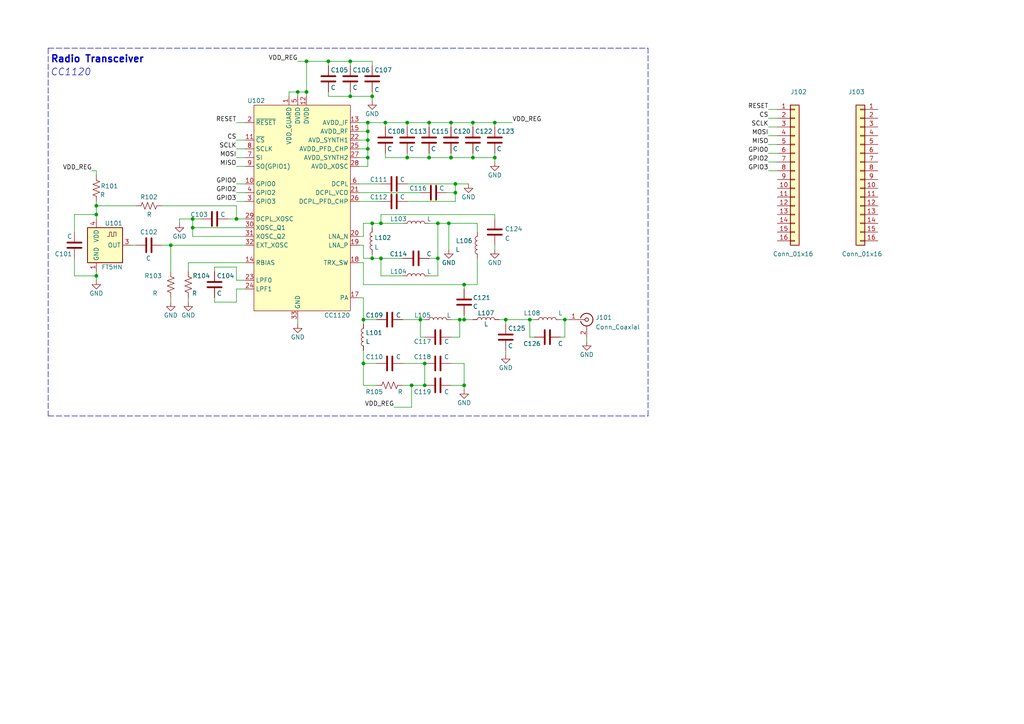
<source format=kicad_sch>
(kicad_sch (version 20211123) (generator eeschema)

  (uuid e63e39d7-6ac0-4ffd-8aa3-1841a4541b55)

  (paper "A4")

  (title_block
    (title "CC1120 Evaluation Breakout")
    (date "2023-05-20")
    (rev "A")
    (company "Illinois Space Society")
    (comment 4 "Contributors: Peter Giannetos")
  )

  (lib_symbols
    (symbol "Connector:Conn_Coaxial" (pin_names (offset 1.016) hide) (in_bom yes) (on_board yes)
      (property "Reference" "J" (id 0) (at 0.254 3.048 0)
        (effects (font (size 1.27 1.27)))
      )
      (property "Value" "Conn_Coaxial" (id 1) (at 2.921 0 90)
        (effects (font (size 1.27 1.27)))
      )
      (property "Footprint" "" (id 2) (at 0 0 0)
        (effects (font (size 1.27 1.27)) hide)
      )
      (property "Datasheet" " ~" (id 3) (at 0 0 0)
        (effects (font (size 1.27 1.27)) hide)
      )
      (property "ki_keywords" "BNC SMA SMB SMC LEMO coaxial connector CINCH RCA" (id 4) (at 0 0 0)
        (effects (font (size 1.27 1.27)) hide)
      )
      (property "ki_description" "coaxial connector (BNC, SMA, SMB, SMC, Cinch/RCA, LEMO, ...)" (id 5) (at 0 0 0)
        (effects (font (size 1.27 1.27)) hide)
      )
      (property "ki_fp_filters" "*BNC* *SMA* *SMB* *SMC* *Cinch* *LEMO*" (id 6) (at 0 0 0)
        (effects (font (size 1.27 1.27)) hide)
      )
      (symbol "Conn_Coaxial_0_1"
        (arc (start -1.778 -0.508) (mid 0.222 -1.808) (end 1.778 0)
          (stroke (width 0.254) (type default) (color 0 0 0 0))
          (fill (type none))
        )
        (polyline
          (pts
            (xy -2.54 0)
            (xy -0.508 0)
          )
          (stroke (width 0) (type default) (color 0 0 0 0))
          (fill (type none))
        )
        (polyline
          (pts
            (xy 0 -2.54)
            (xy 0 -1.778)
          )
          (stroke (width 0) (type default) (color 0 0 0 0))
          (fill (type none))
        )
        (circle (center 0 0) (radius 0.508)
          (stroke (width 0.2032) (type default) (color 0 0 0 0))
          (fill (type none))
        )
        (arc (start 1.778 0) (mid 0.222 1.8083) (end -1.778 0.508)
          (stroke (width 0.254) (type default) (color 0 0 0 0))
          (fill (type none))
        )
      )
      (symbol "Conn_Coaxial_1_1"
        (pin passive line (at -5.08 0 0) (length 2.54)
          (name "In" (effects (font (size 1.27 1.27))))
          (number "1" (effects (font (size 1.27 1.27))))
        )
        (pin passive line (at 0 -5.08 90) (length 2.54)
          (name "Ext" (effects (font (size 1.27 1.27))))
          (number "2" (effects (font (size 1.27 1.27))))
        )
      )
    )
    (symbol "Connector_Generic:Conn_01x16" (pin_names (offset 1.016) hide) (in_bom yes) (on_board yes)
      (property "Reference" "J" (id 0) (at 0 20.32 0)
        (effects (font (size 1.27 1.27)))
      )
      (property "Value" "Conn_01x16" (id 1) (at 0 -22.86 0)
        (effects (font (size 1.27 1.27)))
      )
      (property "Footprint" "" (id 2) (at 0 0 0)
        (effects (font (size 1.27 1.27)) hide)
      )
      (property "Datasheet" "~" (id 3) (at 0 0 0)
        (effects (font (size 1.27 1.27)) hide)
      )
      (property "ki_keywords" "connector" (id 4) (at 0 0 0)
        (effects (font (size 1.27 1.27)) hide)
      )
      (property "ki_description" "Generic connector, single row, 01x16, script generated (kicad-library-utils/schlib/autogen/connector/)" (id 5) (at 0 0 0)
        (effects (font (size 1.27 1.27)) hide)
      )
      (property "ki_fp_filters" "Connector*:*_1x??_*" (id 6) (at 0 0 0)
        (effects (font (size 1.27 1.27)) hide)
      )
      (symbol "Conn_01x16_1_1"
        (rectangle (start -1.27 -20.193) (end 0 -20.447)
          (stroke (width 0.1524) (type default) (color 0 0 0 0))
          (fill (type none))
        )
        (rectangle (start -1.27 -17.653) (end 0 -17.907)
          (stroke (width 0.1524) (type default) (color 0 0 0 0))
          (fill (type none))
        )
        (rectangle (start -1.27 -15.113) (end 0 -15.367)
          (stroke (width 0.1524) (type default) (color 0 0 0 0))
          (fill (type none))
        )
        (rectangle (start -1.27 -12.573) (end 0 -12.827)
          (stroke (width 0.1524) (type default) (color 0 0 0 0))
          (fill (type none))
        )
        (rectangle (start -1.27 -10.033) (end 0 -10.287)
          (stroke (width 0.1524) (type default) (color 0 0 0 0))
          (fill (type none))
        )
        (rectangle (start -1.27 -7.493) (end 0 -7.747)
          (stroke (width 0.1524) (type default) (color 0 0 0 0))
          (fill (type none))
        )
        (rectangle (start -1.27 -4.953) (end 0 -5.207)
          (stroke (width 0.1524) (type default) (color 0 0 0 0))
          (fill (type none))
        )
        (rectangle (start -1.27 -2.413) (end 0 -2.667)
          (stroke (width 0.1524) (type default) (color 0 0 0 0))
          (fill (type none))
        )
        (rectangle (start -1.27 0.127) (end 0 -0.127)
          (stroke (width 0.1524) (type default) (color 0 0 0 0))
          (fill (type none))
        )
        (rectangle (start -1.27 2.667) (end 0 2.413)
          (stroke (width 0.1524) (type default) (color 0 0 0 0))
          (fill (type none))
        )
        (rectangle (start -1.27 5.207) (end 0 4.953)
          (stroke (width 0.1524) (type default) (color 0 0 0 0))
          (fill (type none))
        )
        (rectangle (start -1.27 7.747) (end 0 7.493)
          (stroke (width 0.1524) (type default) (color 0 0 0 0))
          (fill (type none))
        )
        (rectangle (start -1.27 10.287) (end 0 10.033)
          (stroke (width 0.1524) (type default) (color 0 0 0 0))
          (fill (type none))
        )
        (rectangle (start -1.27 12.827) (end 0 12.573)
          (stroke (width 0.1524) (type default) (color 0 0 0 0))
          (fill (type none))
        )
        (rectangle (start -1.27 15.367) (end 0 15.113)
          (stroke (width 0.1524) (type default) (color 0 0 0 0))
          (fill (type none))
        )
        (rectangle (start -1.27 17.907) (end 0 17.653)
          (stroke (width 0.1524) (type default) (color 0 0 0 0))
          (fill (type none))
        )
        (rectangle (start -1.27 19.05) (end 1.27 -21.59)
          (stroke (width 0.254) (type default) (color 0 0 0 0))
          (fill (type background))
        )
        (pin passive line (at -5.08 17.78 0) (length 3.81)
          (name "Pin_1" (effects (font (size 1.27 1.27))))
          (number "1" (effects (font (size 1.27 1.27))))
        )
        (pin passive line (at -5.08 -5.08 0) (length 3.81)
          (name "Pin_10" (effects (font (size 1.27 1.27))))
          (number "10" (effects (font (size 1.27 1.27))))
        )
        (pin passive line (at -5.08 -7.62 0) (length 3.81)
          (name "Pin_11" (effects (font (size 1.27 1.27))))
          (number "11" (effects (font (size 1.27 1.27))))
        )
        (pin passive line (at -5.08 -10.16 0) (length 3.81)
          (name "Pin_12" (effects (font (size 1.27 1.27))))
          (number "12" (effects (font (size 1.27 1.27))))
        )
        (pin passive line (at -5.08 -12.7 0) (length 3.81)
          (name "Pin_13" (effects (font (size 1.27 1.27))))
          (number "13" (effects (font (size 1.27 1.27))))
        )
        (pin passive line (at -5.08 -15.24 0) (length 3.81)
          (name "Pin_14" (effects (font (size 1.27 1.27))))
          (number "14" (effects (font (size 1.27 1.27))))
        )
        (pin passive line (at -5.08 -17.78 0) (length 3.81)
          (name "Pin_15" (effects (font (size 1.27 1.27))))
          (number "15" (effects (font (size 1.27 1.27))))
        )
        (pin passive line (at -5.08 -20.32 0) (length 3.81)
          (name "Pin_16" (effects (font (size 1.27 1.27))))
          (number "16" (effects (font (size 1.27 1.27))))
        )
        (pin passive line (at -5.08 15.24 0) (length 3.81)
          (name "Pin_2" (effects (font (size 1.27 1.27))))
          (number "2" (effects (font (size 1.27 1.27))))
        )
        (pin passive line (at -5.08 12.7 0) (length 3.81)
          (name "Pin_3" (effects (font (size 1.27 1.27))))
          (number "3" (effects (font (size 1.27 1.27))))
        )
        (pin passive line (at -5.08 10.16 0) (length 3.81)
          (name "Pin_4" (effects (font (size 1.27 1.27))))
          (number "4" (effects (font (size 1.27 1.27))))
        )
        (pin passive line (at -5.08 7.62 0) (length 3.81)
          (name "Pin_5" (effects (font (size 1.27 1.27))))
          (number "5" (effects (font (size 1.27 1.27))))
        )
        (pin passive line (at -5.08 5.08 0) (length 3.81)
          (name "Pin_6" (effects (font (size 1.27 1.27))))
          (number "6" (effects (font (size 1.27 1.27))))
        )
        (pin passive line (at -5.08 2.54 0) (length 3.81)
          (name "Pin_7" (effects (font (size 1.27 1.27))))
          (number "7" (effects (font (size 1.27 1.27))))
        )
        (pin passive line (at -5.08 0 0) (length 3.81)
          (name "Pin_8" (effects (font (size 1.27 1.27))))
          (number "8" (effects (font (size 1.27 1.27))))
        )
        (pin passive line (at -5.08 -2.54 0) (length 3.81)
          (name "Pin_9" (effects (font (size 1.27 1.27))))
          (number "9" (effects (font (size 1.27 1.27))))
        )
      )
    )
    (symbol "Device:C" (pin_numbers hide) (pin_names (offset 0.254)) (in_bom yes) (on_board yes)
      (property "Reference" "C" (id 0) (at 0.635 2.54 0)
        (effects (font (size 1.27 1.27)) (justify left))
      )
      (property "Value" "C" (id 1) (at 0.635 -2.54 0)
        (effects (font (size 1.27 1.27)) (justify left))
      )
      (property "Footprint" "" (id 2) (at 0.9652 -3.81 0)
        (effects (font (size 1.27 1.27)) hide)
      )
      (property "Datasheet" "~" (id 3) (at 0 0 0)
        (effects (font (size 1.27 1.27)) hide)
      )
      (property "ki_keywords" "cap capacitor" (id 4) (at 0 0 0)
        (effects (font (size 1.27 1.27)) hide)
      )
      (property "ki_description" "Unpolarized capacitor" (id 5) (at 0 0 0)
        (effects (font (size 1.27 1.27)) hide)
      )
      (property "ki_fp_filters" "C_*" (id 6) (at 0 0 0)
        (effects (font (size 1.27 1.27)) hide)
      )
      (symbol "C_0_1"
        (polyline
          (pts
            (xy -2.032 -0.762)
            (xy 2.032 -0.762)
          )
          (stroke (width 0.508) (type default) (color 0 0 0 0))
          (fill (type none))
        )
        (polyline
          (pts
            (xy -2.032 0.762)
            (xy 2.032 0.762)
          )
          (stroke (width 0.508) (type default) (color 0 0 0 0))
          (fill (type none))
        )
      )
      (symbol "C_1_1"
        (pin passive line (at 0 3.81 270) (length 2.794)
          (name "~" (effects (font (size 1.27 1.27))))
          (number "1" (effects (font (size 1.27 1.27))))
        )
        (pin passive line (at 0 -3.81 90) (length 2.794)
          (name "~" (effects (font (size 1.27 1.27))))
          (number "2" (effects (font (size 1.27 1.27))))
        )
      )
    )
    (symbol "Device:L" (pin_numbers hide) (pin_names (offset 1.016) hide) (in_bom yes) (on_board yes)
      (property "Reference" "L" (id 0) (at -1.27 0 90)
        (effects (font (size 1.27 1.27)))
      )
      (property "Value" "L" (id 1) (at 1.905 0 90)
        (effects (font (size 1.27 1.27)))
      )
      (property "Footprint" "" (id 2) (at 0 0 0)
        (effects (font (size 1.27 1.27)) hide)
      )
      (property "Datasheet" "~" (id 3) (at 0 0 0)
        (effects (font (size 1.27 1.27)) hide)
      )
      (property "ki_keywords" "inductor choke coil reactor magnetic" (id 4) (at 0 0 0)
        (effects (font (size 1.27 1.27)) hide)
      )
      (property "ki_description" "Inductor" (id 5) (at 0 0 0)
        (effects (font (size 1.27 1.27)) hide)
      )
      (property "ki_fp_filters" "Choke_* *Coil* Inductor_* L_*" (id 6) (at 0 0 0)
        (effects (font (size 1.27 1.27)) hide)
      )
      (symbol "L_0_1"
        (arc (start 0 -2.54) (mid 0.635 -1.905) (end 0 -1.27)
          (stroke (width 0) (type default) (color 0 0 0 0))
          (fill (type none))
        )
        (arc (start 0 -1.27) (mid 0.635 -0.635) (end 0 0)
          (stroke (width 0) (type default) (color 0 0 0 0))
          (fill (type none))
        )
        (arc (start 0 0) (mid 0.635 0.635) (end 0 1.27)
          (stroke (width 0) (type default) (color 0 0 0 0))
          (fill (type none))
        )
        (arc (start 0 1.27) (mid 0.635 1.905) (end 0 2.54)
          (stroke (width 0) (type default) (color 0 0 0 0))
          (fill (type none))
        )
      )
      (symbol "L_1_1"
        (pin passive line (at 0 3.81 270) (length 1.27)
          (name "1" (effects (font (size 1.27 1.27))))
          (number "1" (effects (font (size 1.27 1.27))))
        )
        (pin passive line (at 0 -3.81 90) (length 1.27)
          (name "2" (effects (font (size 1.27 1.27))))
          (number "2" (effects (font (size 1.27 1.27))))
        )
      )
    )
    (symbol "Device:R_US" (pin_numbers hide) (pin_names (offset 0)) (in_bom yes) (on_board yes)
      (property "Reference" "R" (id 0) (at 2.54 0 90)
        (effects (font (size 1.27 1.27)))
      )
      (property "Value" "R_US" (id 1) (at -2.54 0 90)
        (effects (font (size 1.27 1.27)))
      )
      (property "Footprint" "" (id 2) (at 1.016 -0.254 90)
        (effects (font (size 1.27 1.27)) hide)
      )
      (property "Datasheet" "~" (id 3) (at 0 0 0)
        (effects (font (size 1.27 1.27)) hide)
      )
      (property "ki_keywords" "R res resistor" (id 4) (at 0 0 0)
        (effects (font (size 1.27 1.27)) hide)
      )
      (property "ki_description" "Resistor, US symbol" (id 5) (at 0 0 0)
        (effects (font (size 1.27 1.27)) hide)
      )
      (property "ki_fp_filters" "R_*" (id 6) (at 0 0 0)
        (effects (font (size 1.27 1.27)) hide)
      )
      (symbol "R_US_0_1"
        (polyline
          (pts
            (xy 0 -2.286)
            (xy 0 -2.54)
          )
          (stroke (width 0) (type default) (color 0 0 0 0))
          (fill (type none))
        )
        (polyline
          (pts
            (xy 0 2.286)
            (xy 0 2.54)
          )
          (stroke (width 0) (type default) (color 0 0 0 0))
          (fill (type none))
        )
        (polyline
          (pts
            (xy 0 -0.762)
            (xy 1.016 -1.143)
            (xy 0 -1.524)
            (xy -1.016 -1.905)
            (xy 0 -2.286)
          )
          (stroke (width 0) (type default) (color 0 0 0 0))
          (fill (type none))
        )
        (polyline
          (pts
            (xy 0 0.762)
            (xy 1.016 0.381)
            (xy 0 0)
            (xy -1.016 -0.381)
            (xy 0 -0.762)
          )
          (stroke (width 0) (type default) (color 0 0 0 0))
          (fill (type none))
        )
        (polyline
          (pts
            (xy 0 2.286)
            (xy 1.016 1.905)
            (xy 0 1.524)
            (xy -1.016 1.143)
            (xy 0 0.762)
          )
          (stroke (width 0) (type default) (color 0 0 0 0))
          (fill (type none))
        )
      )
      (symbol "R_US_1_1"
        (pin passive line (at 0 3.81 270) (length 1.27)
          (name "~" (effects (font (size 1.27 1.27))))
          (number "1" (effects (font (size 1.27 1.27))))
        )
        (pin passive line (at 0 -3.81 90) (length 1.27)
          (name "~" (effects (font (size 1.27 1.27))))
          (number "2" (effects (font (size 1.27 1.27))))
        )
      )
    )
    (symbol "Oscillator:FT5HN" (in_bom yes) (on_board yes)
      (property "Reference" "U" (id 0) (at 1.27 11.43 0)
        (effects (font (size 1.27 1.27)))
      )
      (property "Value" "FT5HN" (id 1) (at 2.54 8.89 0)
        (effects (font (size 1.27 1.27)))
      )
      (property "Footprint" "Oscillator:Oscillator_SMD_Fox_FT5H_5.0x3.2mm" (id 2) (at 0 -16.51 0)
        (effects (font (size 1.27 1.27)) hide)
      )
      (property "Datasheet" "https://foxonline.com/wp-content/uploads/pdfs/T5HN_T5HV.pdf" (id 3) (at 1.27 -19.05 0)
        (effects (font (size 1.27 1.27)) hide)
      )
      (property "ki_keywords" "TXCO" (id 4) (at 0 0 0)
        (effects (font (size 1.27 1.27)) hide)
      )
      (property "ki_description" "HCMOS temperature compensated oscillator" (id 5) (at 0 0 0)
        (effects (font (size 1.27 1.27)) hide)
      )
      (property "ki_fp_filters" "Oscillator*SMD*Fox*FT5H*5.0x3.2mm*" (id 6) (at 0 0 0)
        (effects (font (size 1.27 1.27)) hide)
      )
      (symbol "FT5HN_0_1"
        (rectangle (start -5.08 5.08) (end 5.08 -5.08)
          (stroke (width 0.254) (type default) (color 0 0 0 0))
          (fill (type background))
        )
        (polyline
          (pts
            (xy 0.635 2.54)
            (xy 1.27 2.54)
            (xy 1.27 3.81)
            (xy 1.905 3.81)
            (xy 1.905 2.54)
            (xy 2.54 2.54)
            (xy 2.54 3.81)
            (xy 3.175 3.81)
            (xy 3.175 2.54)
          )
          (stroke (width 0) (type default) (color 0 0 0 0))
          (fill (type none))
        )
      )
      (symbol "FT5HN_1_1"
        (pin power_in line (at -2.54 -7.62 90) (length 2.54)
          (name "GND" (effects (font (size 1.27 1.27))))
          (number "1" (effects (font (size 1.27 1.27))))
        )
        (pin passive line (at -2.54 -7.62 90) (length 2.54) hide
          (name "GND" (effects (font (size 1.27 1.27))))
          (number "2" (effects (font (size 1.27 1.27))))
        )
        (pin output line (at 7.62 0 180) (length 2.54)
          (name "OUT" (effects (font (size 1.27 1.27))))
          (number "3" (effects (font (size 1.27 1.27))))
        )
        (pin power_in line (at -2.54 7.62 270) (length 2.54)
          (name "VDD" (effects (font (size 1.27 1.27))))
          (number "4" (effects (font (size 1.27 1.27))))
        )
      )
    )
    (symbol "RF_Transceivers_TI:CC1120" (in_bom yes) (on_board yes)
      (property "Reference" "U" (id 0) (at -12.7 29.21 0)
        (effects (font (size 1.27 1.27)))
      )
      (property "Value" "CC1120" (id 1) (at 11.43 -33.02 0)
        (effects (font (size 1.27 1.27)))
      )
      (property "Footprint" "Package_DFN_QFN:VQFN-32-1EP_5x5mm_P0.5mm_EP3.5x3.5mm_ThermalVias" (id 2) (at 0 -41.91 0)
        (effects (font (size 1.27 1.27)) hide)
      )
      (property "Datasheet" "https://www.ti.com/lit/ds/symlink/cc1120.pdf" (id 3) (at 0 -39.37 0)
        (effects (font (size 1.27 1.27)) hide)
      )
      (property "ki_keywords" "Narrowband RF Transceiver RF TX" (id 4) (at 0 0 0)
        (effects (font (size 1.27 1.27)) hide)
      )
      (property "ki_description" "High-Performance Narrowband RF Transceiver" (id 5) (at 0 0 0)
        (effects (font (size 1.27 1.27)) hide)
      )
      (symbol "CC1120_0_0"
        (pin power_in line (at -2.54 30.48 270) (length 2.54)
          (name "VDD_GUARD" (effects (font (size 1.27 1.27))))
          (number "1" (effects (font (size 1.27 1.27))))
        )
        (pin input line (at -15.24 5.08 0) (length 2.54)
          (name "GPIO0" (effects (font (size 1.27 1.27))))
          (number "10" (effects (font (size 1.27 1.27))))
        )
        (pin input line (at -15.24 17.78 0) (length 2.54)
          (name "~{CS}" (effects (font (size 1.27 1.27))))
          (number "11" (effects (font (size 1.27 1.27))))
        )
        (pin power_in line (at 2.54 30.48 270) (length 2.54)
          (name "DVDD" (effects (font (size 1.27 1.27))))
          (number "12" (effects (font (size 1.27 1.27))))
        )
        (pin power_in line (at 17.78 22.86 180) (length 2.54)
          (name "AVDD_IF" (effects (font (size 1.27 1.27))))
          (number "13" (effects (font (size 1.27 1.27))))
        )
        (pin input line (at -15.24 -17.78 0) (length 2.54)
          (name "RBIAS" (effects (font (size 1.27 1.27))))
          (number "14" (effects (font (size 1.27 1.27))))
        )
        (pin power_in line (at 17.78 20.32 180) (length 2.54)
          (name "AVDD_RF" (effects (font (size 1.27 1.27))))
          (number "15" (effects (font (size 1.27 1.27))))
        )
        (pin no_connect line (at 17.78 -25.4 180) (length 2.54) hide
          (name "N.C." (effects (font (size 1.27 1.27))))
          (number "16" (effects (font (size 1.27 1.27))))
        )
        (pin output line (at 17.78 -27.94 180) (length 2.54)
          (name "PA" (effects (font (size 1.27 1.27))))
          (number "17" (effects (font (size 1.27 1.27))))
        )
        (pin input line (at 17.78 -17.78 180) (length 2.54)
          (name "TRX_SW" (effects (font (size 1.27 1.27))))
          (number "18" (effects (font (size 1.27 1.27))))
        )
        (pin input line (at 17.78 -12.7 180) (length 2.54)
          (name "LNA_P" (effects (font (size 1.27 1.27))))
          (number "19" (effects (font (size 1.27 1.27))))
        )
        (pin input line (at -15.24 22.86 0) (length 2.54)
          (name "~{RESET}" (effects (font (size 1.27 1.27))))
          (number "2" (effects (font (size 1.27 1.27))))
        )
        (pin tri_state line (at 17.78 -10.16 180) (length 2.54)
          (name "LNA_N" (effects (font (size 1.27 1.27))))
          (number "20" (effects (font (size 1.27 1.27))))
        )
        (pin power_in line (at 17.78 2.54 180) (length 2.54)
          (name "DCPL_VCO" (effects (font (size 1.27 1.27))))
          (number "21" (effects (font (size 1.27 1.27))))
        )
        (pin power_in line (at 17.78 17.78 180) (length 2.54)
          (name "AVD_SYNTH1" (effects (font (size 1.27 1.27))))
          (number "22" (effects (font (size 1.27 1.27))))
        )
        (pin power_in line (at -15.24 -22.86 0) (length 2.54)
          (name "LPF0" (effects (font (size 1.27 1.27))))
          (number "23" (effects (font (size 1.27 1.27))))
        )
        (pin power_in line (at -15.24 -25.4 0) (length 2.54)
          (name "LPF1" (effects (font (size 1.27 1.27))))
          (number "24" (effects (font (size 1.27 1.27))))
        )
        (pin power_in line (at 17.78 15.24 180) (length 2.54)
          (name "AVDD_PFD_CHP" (effects (font (size 1.27 1.27))))
          (number "25" (effects (font (size 1.27 1.27))))
        )
        (pin power_in line (at 17.78 0 180) (length 2.54)
          (name "DCPL_PFD_CHP" (effects (font (size 1.27 1.27))))
          (number "26" (effects (font (size 1.27 1.27))))
        )
        (pin power_in line (at 17.78 12.7 180) (length 2.54)
          (name "AVDD_SYNTH2" (effects (font (size 1.27 1.27))))
          (number "27" (effects (font (size 1.27 1.27))))
        )
        (pin power_in line (at 17.78 10.16 180) (length 2.54)
          (name "AVDD_XOSC" (effects (font (size 1.27 1.27))))
          (number "28" (effects (font (size 1.27 1.27))))
        )
        (pin power_in line (at -15.24 -5.08 0) (length 2.54)
          (name "DCPL_XOSC" (effects (font (size 1.27 1.27))))
          (number "29" (effects (font (size 1.27 1.27))))
        )
        (pin bidirectional line (at -15.24 0 0) (length 2.54)
          (name "GPIO3" (effects (font (size 1.27 1.27))))
          (number "3" (effects (font (size 1.27 1.27))))
        )
        (pin bidirectional line (at -15.24 -7.62 0) (length 2.54)
          (name "XOSC_Q1" (effects (font (size 1.27 1.27))))
          (number "30" (effects (font (size 1.27 1.27))))
        )
        (pin bidirectional line (at -15.24 -10.16 0) (length 2.54)
          (name "XOSC_Q2" (effects (font (size 1.27 1.27))))
          (number "31" (effects (font (size 1.27 1.27))))
        )
        (pin input line (at -15.24 -12.7 0) (length 2.54)
          (name "EXT_XOSC" (effects (font (size 1.27 1.27))))
          (number "32" (effects (font (size 1.27 1.27))))
        )
        (pin power_in line (at 0 -34.29 90) (length 2.54)
          (name "GND" (effects (font (size 1.27 1.27))))
          (number "33" (effects (font (size 1.27 1.27))))
        )
        (pin bidirectional line (at -15.24 2.54 0) (length 2.54)
          (name "GPIO2" (effects (font (size 1.27 1.27))))
          (number "4" (effects (font (size 1.27 1.27))))
        )
        (pin power_in line (at 0 30.48 270) (length 2.54)
          (name "DVDD" (effects (font (size 1.27 1.27))))
          (number "5" (effects (font (size 1.27 1.27))))
        )
        (pin power_in line (at 17.78 5.08 180) (length 2.54)
          (name "DCPL" (effects (font (size 1.27 1.27))))
          (number "6" (effects (font (size 1.27 1.27))))
        )
        (pin input line (at -15.24 12.7 0) (length 2.54)
          (name "SI" (effects (font (size 1.27 1.27))))
          (number "7" (effects (font (size 1.27 1.27))))
        )
        (pin input line (at -15.24 15.24 0) (length 2.54)
          (name "SCLK" (effects (font (size 1.27 1.27))))
          (number "8" (effects (font (size 1.27 1.27))))
        )
        (pin input line (at -15.24 10.16 0) (length 2.54)
          (name "SO(GPIO1)" (effects (font (size 1.27 1.27))))
          (number "9" (effects (font (size 1.27 1.27))))
        )
      )
      (symbol "CC1120_0_1"
        (rectangle (start -12.7 27.94) (end 15.24 -31.75)
          (stroke (width 0) (type default) (color 0 0 0 0))
          (fill (type background))
        )
      )
    )
    (symbol "power:GND" (power) (pin_names (offset 0)) (in_bom yes) (on_board yes)
      (property "Reference" "#PWR" (id 0) (at 0 -6.35 0)
        (effects (font (size 1.27 1.27)) hide)
      )
      (property "Value" "GND" (id 1) (at 0 -3.81 0)
        (effects (font (size 1.27 1.27)))
      )
      (property "Footprint" "" (id 2) (at 0 0 0)
        (effects (font (size 1.27 1.27)) hide)
      )
      (property "Datasheet" "" (id 3) (at 0 0 0)
        (effects (font (size 1.27 1.27)) hide)
      )
      (property "ki_keywords" "power-flag" (id 4) (at 0 0 0)
        (effects (font (size 1.27 1.27)) hide)
      )
      (property "ki_description" "Power symbol creates a global label with name \"GND\" , ground" (id 5) (at 0 0 0)
        (effects (font (size 1.27 1.27)) hide)
      )
      (symbol "GND_0_1"
        (polyline
          (pts
            (xy 0 0)
            (xy 0 -1.27)
            (xy 1.27 -1.27)
            (xy 0 -2.54)
            (xy -1.27 -1.27)
            (xy 0 -1.27)
          )
          (stroke (width 0) (type default) (color 0 0 0 0))
          (fill (type none))
        )
      )
      (symbol "GND_1_1"
        (pin power_in line (at 0 0 270) (length 0) hide
          (name "GND" (effects (font (size 1.27 1.27))))
          (number "1" (effects (font (size 1.27 1.27))))
        )
      )
    )
  )

  (junction (at 27.94 62.23) (diameter 0) (color 0 0 0 0)
    (uuid 04af969d-263b-4b69-9de0-ca093efcb156)
  )
  (junction (at 49.53 71.12) (diameter 0) (color 0 0 0 0)
    (uuid 0a86a150-40bc-4f33-bb0d-794f0fe14c56)
  )
  (junction (at 130.81 35.56) (diameter 0) (color 0 0 0 0)
    (uuid 0bd33d7c-675f-4f16-bbcd-92ec877ed252)
  )
  (junction (at 110.49 64.77) (diameter 0) (color 0 0 0 0)
    (uuid 122238ec-afff-42a1-acff-d658fd2bab9d)
  )
  (junction (at 123.19 105.41) (diameter 0) (color 0 0 0 0)
    (uuid 224bb16f-e168-4cdc-ad27-690c57852e99)
  )
  (junction (at 133.35 92.71) (diameter 0) (color 0 0 0 0)
    (uuid 22a845b3-8514-433d-9e7a-26aa81b6b437)
  )
  (junction (at 95.25 17.78) (diameter 0) (color 0 0 0 0)
    (uuid 2840343a-571a-4895-bd16-eba78ee5082f)
  )
  (junction (at 68.58 63.5) (diameter 0) (color 0 0 0 0)
    (uuid 2ae5590e-eacd-4142-b9fe-f2ae4dcf563d)
  )
  (junction (at 101.6 17.78) (diameter 0) (color 0 0 0 0)
    (uuid 2c37c9b6-7d10-443c-8c8a-bad9a85f5b66)
  )
  (junction (at 106.68 43.18) (diameter 0) (color 0 0 0 0)
    (uuid 2c4541c0-6784-413f-b6c1-36adf4a983fc)
  )
  (junction (at 124.46 45.72) (diameter 0) (color 0 0 0 0)
    (uuid 2cb9b873-31e0-46c5-ba48-1d2c33ff910f)
  )
  (junction (at 132.08 53.34) (diameter 0) (color 0 0 0 0)
    (uuid 2e420ddc-4c9c-4f77-b038-8c0c5f136729)
  )
  (junction (at 27.94 59.69) (diameter 0) (color 0 0 0 0)
    (uuid 34300798-dcc8-4bc2-a378-303314f4a5ab)
  )
  (junction (at 143.51 35.56) (diameter 0) (color 0 0 0 0)
    (uuid 3b7251c1-e9b2-45fc-8a8e-00f1ef75eecf)
  )
  (junction (at 163.83 92.71) (diameter 0) (color 0 0 0 0)
    (uuid 3f2c2ecd-65c8-4098-9304-a8ebffd88cd5)
  )
  (junction (at 110.49 74.93) (diameter 0) (color 0 0 0 0)
    (uuid 3f578596-c875-408c-909e-894c8754aed4)
  )
  (junction (at 124.46 35.56) (diameter 0) (color 0 0 0 0)
    (uuid 473bbbc0-ba32-41ec-bed7-918f652e4ac9)
  )
  (junction (at 106.68 40.64) (diameter 0) (color 0 0 0 0)
    (uuid 4abeab76-8ca7-49db-9ded-a0cbff12c19c)
  )
  (junction (at 123.19 111.76) (diameter 0) (color 0 0 0 0)
    (uuid 590e529d-ef2f-4d19-98ed-4c48e7306f63)
  )
  (junction (at 27.94 80.01) (diameter 0) (color 0 0 0 0)
    (uuid 64632a20-073d-4e8e-9c37-5dd27efdc89d)
  )
  (junction (at 134.62 111.76) (diameter 0) (color 0 0 0 0)
    (uuid 65cb1d15-ccef-48f5-8bb2-d2b15f3b756d)
  )
  (junction (at 86.36 26.67) (diameter 0) (color 0 0 0 0)
    (uuid 6f27a728-8f4a-4a74-8bb8-b426421d5a5f)
  )
  (junction (at 106.68 38.1) (diameter 0) (color 0 0 0 0)
    (uuid 782f71d2-f927-4893-94db-873c0ebd5526)
  )
  (junction (at 105.41 92.71) (diameter 0) (color 0 0 0 0)
    (uuid 783f18f3-dc44-435c-aa77-49e4ea85026d)
  )
  (junction (at 137.16 45.72) (diameter 0) (color 0 0 0 0)
    (uuid 82f67de0-63d0-4c7e-96f7-43ed6db0d0c8)
  )
  (junction (at 105.41 105.41) (diameter 0) (color 0 0 0 0)
    (uuid 83c64e95-10c7-42a2-962c-de4e68c64a0a)
  )
  (junction (at 130.81 45.72) (diameter 0) (color 0 0 0 0)
    (uuid 865d4d8f-7271-4301-9b45-abf9ef97c4a9)
  )
  (junction (at 153.67 92.71) (diameter 0) (color 0 0 0 0)
    (uuid 8f3ab09b-8cc1-467d-b982-81332573bcc9)
  )
  (junction (at 88.9 26.67) (diameter 0) (color 0 0 0 0)
    (uuid 954b277b-76f5-4dac-921a-d6e3a61e9b67)
  )
  (junction (at 137.16 35.56) (diameter 0) (color 0 0 0 0)
    (uuid 9740af37-1060-41b6-8cc6-9eb057380cbf)
  )
  (junction (at 106.68 45.72) (diameter 0) (color 0 0 0 0)
    (uuid 9ac8f6e5-f0ea-4570-8d0d-ae7d94de298e)
  )
  (junction (at 55.88 63.5) (diameter 0) (color 0 0 0 0)
    (uuid 9ce4d5fb-fd58-462e-8516-e2bf1a3bc155)
  )
  (junction (at 132.08 55.88) (diameter 0) (color 0 0 0 0)
    (uuid a1a60d2d-ebc3-43fd-8ceb-7284d2d8278c)
  )
  (junction (at 118.11 45.72) (diameter 0) (color 0 0 0 0)
    (uuid a54bc32b-a0bd-4e6a-b928-427f8522e037)
  )
  (junction (at 130.175 64.77) (diameter 0) (color 0 0 0 0)
    (uuid af6ffb32-bea3-470d-aeb8-cdf7a4320865)
  )
  (junction (at 55.88 66.04) (diameter 0) (color 0 0 0 0)
    (uuid b0918187-6d22-43c7-b1a7-ac145bcca1fb)
  )
  (junction (at 107.95 64.77) (diameter 0) (color 0 0 0 0)
    (uuid b19e4589-3af8-42b0-b0bc-0549542ef4ad)
  )
  (junction (at 107.95 74.93) (diameter 0) (color 0 0 0 0)
    (uuid b531c242-9a0c-4e77-b482-6568cc61f417)
  )
  (junction (at 88.9 17.78) (diameter 0) (color 0 0 0 0)
    (uuid b76209d9-18ce-45c2-bb62-152c02a91150)
  )
  (junction (at 121.92 92.71) (diameter 0) (color 0 0 0 0)
    (uuid b7b5a6c7-c84e-47a1-abbe-dc2b7f5e2828)
  )
  (junction (at 101.6 27.94) (diameter 0) (color 0 0 0 0)
    (uuid bac9fd79-a0c1-42f1-9416-fcb8d0640746)
  )
  (junction (at 111.76 35.56) (diameter 0) (color 0 0 0 0)
    (uuid be5feafb-4774-44a1-a0cf-01ea1de58aeb)
  )
  (junction (at 106.68 35.56) (diameter 0) (color 0 0 0 0)
    (uuid c301dd3f-2f4a-4520-844e-e6bd66252cbf)
  )
  (junction (at 119.38 111.76) (diameter 0) (color 0 0 0 0)
    (uuid c789b7a4-8cb7-45ec-b9e6-c2214c6e0a3c)
  )
  (junction (at 143.51 45.72) (diameter 0) (color 0 0 0 0)
    (uuid cf565428-a2c9-44cf-8d01-e11d6ebf497f)
  )
  (junction (at 118.11 35.56) (diameter 0) (color 0 0 0 0)
    (uuid cf6c1671-3084-43a4-8a43-64fd898de255)
  )
  (junction (at 146.685 92.71) (diameter 0) (color 0 0 0 0)
    (uuid d4e53279-4e3b-49d0-84f7-8793c0b63ebc)
  )
  (junction (at 127 64.77) (diameter 0) (color 0 0 0 0)
    (uuid ece67bea-ef78-43ac-a3d0-dabec7ab4a9a)
  )
  (junction (at 107.95 27.94) (diameter 0) (color 0 0 0 0)
    (uuid edeb2bcb-880b-4f9a-a014-152c93fa4432)
  )
  (junction (at 134.62 92.71) (diameter 0) (color 0 0 0 0)
    (uuid edf9de9a-e8ef-463c-a3b1-bef19e18ed1d)
  )
  (junction (at 127 74.93) (diameter 0) (color 0 0 0 0)
    (uuid f17b64b3-ff9b-4d73-abdc-8782cd768475)
  )
  (junction (at 134.62 82.55) (diameter 0) (color 0 0 0 0)
    (uuid f26e13b3-2652-436d-9007-710e0d347bf5)
  )

  (wire (pts (xy 27.94 80.01) (xy 27.94 81.28))
    (stroke (width 0) (type default) (color 0 0 0 0))
    (uuid 0176c167-f0c6-46e1-8e5b-a9e06a5e84e8)
  )
  (wire (pts (xy 124.46 45.72) (xy 130.81 45.72))
    (stroke (width 0) (type default) (color 0 0 0 0))
    (uuid 021e11d7-99fd-410d-a43d-e4dab07d6cad)
  )
  (wire (pts (xy 105.41 74.93) (xy 107.95 74.93))
    (stroke (width 0) (type default) (color 0 0 0 0))
    (uuid 059548e0-ae63-4666-b60c-71432de95eda)
  )
  (wire (pts (xy 105.41 71.12) (xy 105.41 74.93))
    (stroke (width 0) (type default) (color 0 0 0 0))
    (uuid 05be8690-5651-4563-b6a4-dfd82b495cd2)
  )
  (wire (pts (xy 124.46 35.56) (xy 130.81 35.56))
    (stroke (width 0) (type default) (color 0 0 0 0))
    (uuid 05d94545-7f81-44ed-828d-2f596dfca16f)
  )
  (wire (pts (xy 110.49 74.93) (xy 116.84 74.93))
    (stroke (width 0) (type default) (color 0 0 0 0))
    (uuid 061818eb-fc1a-4272-87e1-382a5be490bc)
  )
  (wire (pts (xy 106.68 43.18) (xy 106.68 45.72))
    (stroke (width 0) (type default) (color 0 0 0 0))
    (uuid 07fc9cfa-4fbe-4e04-8f7e-ededc190108f)
  )
  (wire (pts (xy 124.46 36.83) (xy 124.46 35.56))
    (stroke (width 0) (type default) (color 0 0 0 0))
    (uuid 0b7ade5d-7062-4849-81c4-260b46cdd08e)
  )
  (wire (pts (xy 111.76 45.72) (xy 118.11 45.72))
    (stroke (width 0) (type default) (color 0 0 0 0))
    (uuid 0d0dcaee-c807-411d-bc31-3c262c922e8c)
  )
  (wire (pts (xy 135.89 53.34) (xy 132.08 53.34))
    (stroke (width 0) (type default) (color 0 0 0 0))
    (uuid 0d8fbe8f-4245-4230-9301-00844321e5ff)
  )
  (wire (pts (xy 109.22 111.76) (xy 105.41 111.76))
    (stroke (width 0) (type default) (color 0 0 0 0))
    (uuid 0ea19b1f-ba19-4b2d-94db-99bbbfd9484d)
  )
  (wire (pts (xy 68.58 58.42) (xy 71.12 58.42))
    (stroke (width 0) (type default) (color 0 0 0 0))
    (uuid 0ea6965f-305a-4b4e-b43d-14642ad208dd)
  )
  (wire (pts (xy 105.41 92.71) (xy 109.22 92.71))
    (stroke (width 0) (type default) (color 0 0 0 0))
    (uuid 0f9c4059-c5fa-4ac7-8238-840310255042)
  )
  (wire (pts (xy 49.53 78.74) (xy 49.53 71.12))
    (stroke (width 0) (type default) (color 0 0 0 0))
    (uuid 10a8b5c7-f0be-4f20-afdb-6862225c9095)
  )
  (wire (pts (xy 146.685 102.87) (xy 146.685 101.6))
    (stroke (width 0) (type default) (color 0 0 0 0))
    (uuid 12851766-2aa9-4913-9bb0-e38005506474)
  )
  (wire (pts (xy 153.67 97.79) (xy 154.94 97.79))
    (stroke (width 0) (type default) (color 0 0 0 0))
    (uuid 141345ab-0b46-4e4d-a4c4-e08621e78e33)
  )
  (wire (pts (xy 143.51 45.72) (xy 143.51 46.99))
    (stroke (width 0) (type default) (color 0 0 0 0))
    (uuid 16dc741c-fe6d-49a5-a406-330968b229ca)
  )
  (wire (pts (xy 101.6 26.67) (xy 101.6 27.94))
    (stroke (width 0) (type default) (color 0 0 0 0))
    (uuid 17eb4ea9-8192-4de1-9100-97bce8c64e7a)
  )
  (wire (pts (xy 95.25 27.94) (xy 101.6 27.94))
    (stroke (width 0) (type default) (color 0 0 0 0))
    (uuid 1b67ab3b-1f2f-48e8-a2dd-d7eab318c7e9)
  )
  (wire (pts (xy 133.35 92.71) (xy 133.35 97.79))
    (stroke (width 0) (type default) (color 0 0 0 0))
    (uuid 1bce2f8b-9ca6-4eb6-8e61-2426bd3973a4)
  )
  (wire (pts (xy 130.175 64.77) (xy 138.43 64.77))
    (stroke (width 0) (type default) (color 0 0 0 0))
    (uuid 1c236ebf-b192-4378-a7f1-aa4935b3cc7a)
  )
  (wire (pts (xy 111.76 36.83) (xy 111.76 35.56))
    (stroke (width 0) (type default) (color 0 0 0 0))
    (uuid 1c5bd5cf-22c3-4871-b8ec-5cda98e9a0bd)
  )
  (wire (pts (xy 55.88 66.04) (xy 71.12 66.04))
    (stroke (width 0) (type default) (color 0 0 0 0))
    (uuid 1d2d22b3-af30-4519-bc04-aeb7be6563c1)
  )
  (wire (pts (xy 27.94 59.69) (xy 27.94 62.23))
    (stroke (width 0) (type default) (color 0 0 0 0))
    (uuid 1f24ea1d-2d08-4a28-8cd8-9684f4545006)
  )
  (wire (pts (xy 134.62 82.55) (xy 138.43 82.55))
    (stroke (width 0) (type default) (color 0 0 0 0))
    (uuid 2017c280-b4bc-4f7a-b571-a525d794c87e)
  )
  (wire (pts (xy 55.88 68.58) (xy 71.12 68.58))
    (stroke (width 0) (type default) (color 0 0 0 0))
    (uuid 23e6d7af-1c28-47be-b1eb-beec05e2391d)
  )
  (wire (pts (xy 134.62 105.41) (xy 134.62 111.76))
    (stroke (width 0) (type default) (color 0 0 0 0))
    (uuid 2417e0e1-6752-4412-9a78-89a589dfef01)
  )
  (wire (pts (xy 105.41 111.76) (xy 105.41 105.41))
    (stroke (width 0) (type default) (color 0 0 0 0))
    (uuid 25f04519-127a-451d-ba58-2ae8275b1c93)
  )
  (polyline (pts (xy 13.97 13.97) (xy 13.97 120.65))
    (stroke (width 0) (type default) (color 0 0 0 0))
    (uuid 2918e3c7-e276-4a68-8b2d-1ee01a062b8f)
  )

  (wire (pts (xy 134.62 92.71) (xy 133.35 92.71))
    (stroke (width 0) (type default) (color 0 0 0 0))
    (uuid 2aab2a67-e5dd-4f29-8adb-95dbc0e11cef)
  )
  (wire (pts (xy 130.81 36.83) (xy 130.81 35.56))
    (stroke (width 0) (type default) (color 0 0 0 0))
    (uuid 2b526a44-0344-40ec-9a7f-28b14b2ffd13)
  )
  (wire (pts (xy 104.14 53.34) (xy 110.49 53.34))
    (stroke (width 0) (type default) (color 0 0 0 0))
    (uuid 2c6c9d5e-b134-4639-bd53-9b5ae31a4299)
  )
  (wire (pts (xy 124.46 45.72) (xy 124.46 44.45))
    (stroke (width 0) (type default) (color 0 0 0 0))
    (uuid 2d782910-2778-4b1b-959d-c256bb3552fc)
  )
  (wire (pts (xy 88.9 26.67) (xy 86.36 26.67))
    (stroke (width 0) (type default) (color 0 0 0 0))
    (uuid 2e30da0a-6ec6-4f60-8375-c905c9077ca8)
  )
  (wire (pts (xy 134.62 91.44) (xy 134.62 92.71))
    (stroke (width 0) (type default) (color 0 0 0 0))
    (uuid 2e6997aa-4990-4922-9478-fef7e2fc3ec9)
  )
  (wire (pts (xy 163.83 92.71) (xy 165.1 92.71))
    (stroke (width 0) (type default) (color 0 0 0 0))
    (uuid 3088a733-874b-4bcc-9bc3-39abd38a0e13)
  )
  (wire (pts (xy 83.82 26.67) (xy 86.36 26.67))
    (stroke (width 0) (type default) (color 0 0 0 0))
    (uuid 30c7bedd-d2a5-4f9b-a866-4e39ae09ff10)
  )
  (wire (pts (xy 222.885 41.91) (xy 225.425 41.91))
    (stroke (width 0) (type default) (color 0 0 0 0))
    (uuid 310b4e81-79bb-4209-8580-01280919ad80)
  )
  (wire (pts (xy 105.41 105.41) (xy 109.22 105.41))
    (stroke (width 0) (type default) (color 0 0 0 0))
    (uuid 34eb53cc-d23f-419f-bbab-3a06a0fd251e)
  )
  (wire (pts (xy 27.94 59.69) (xy 39.37 59.69))
    (stroke (width 0) (type default) (color 0 0 0 0))
    (uuid 379c482a-8e30-4570-a717-af71d527f5f9)
  )
  (wire (pts (xy 55.88 63.5) (xy 58.42 63.5))
    (stroke (width 0) (type default) (color 0 0 0 0))
    (uuid 386cfe27-1e9b-46e8-8fd0-025bb9a82894)
  )
  (wire (pts (xy 162.56 97.79) (xy 163.83 97.79))
    (stroke (width 0) (type default) (color 0 0 0 0))
    (uuid 39d7d3f1-3df1-4807-9ab1-8d71c5d96c22)
  )
  (wire (pts (xy 222.885 39.37) (xy 225.425 39.37))
    (stroke (width 0) (type default) (color 0 0 0 0))
    (uuid 3a3ab40e-a1ef-4d95-bfa6-481fa9ec7d5c)
  )
  (wire (pts (xy 55.88 66.04) (xy 55.88 68.58))
    (stroke (width 0) (type default) (color 0 0 0 0))
    (uuid 3b1e6a5f-162b-48b5-9516-aba03d8f243d)
  )
  (wire (pts (xy 68.58 81.28) (xy 68.58 77.47))
    (stroke (width 0) (type default) (color 0 0 0 0))
    (uuid 3c6f50aa-4ebb-4d6d-a0a9-4afc744dd83b)
  )
  (wire (pts (xy 54.61 78.74) (xy 54.61 76.2))
    (stroke (width 0) (type default) (color 0 0 0 0))
    (uuid 3cf04b5a-2813-421a-8380-9b1ce7a82ffd)
  )
  (wire (pts (xy 153.67 92.71) (xy 154.94 92.71))
    (stroke (width 0) (type default) (color 0 0 0 0))
    (uuid 3e9b9217-8128-4785-801f-763a793b162e)
  )
  (wire (pts (xy 143.51 35.56) (xy 148.59 35.56))
    (stroke (width 0) (type default) (color 0 0 0 0))
    (uuid 3f6c1cc8-915f-4f24-a13f-626919126b25)
  )
  (wire (pts (xy 111.76 35.56) (xy 118.11 35.56))
    (stroke (width 0) (type default) (color 0 0 0 0))
    (uuid 44542ae3-6f81-4b6b-bdf0-1753ee49da1c)
  )
  (wire (pts (xy 163.83 97.79) (xy 163.83 92.71))
    (stroke (width 0) (type default) (color 0 0 0 0))
    (uuid 44ea6120-75fb-4280-86d6-6fba8338380b)
  )
  (wire (pts (xy 68.58 55.88) (xy 71.12 55.88))
    (stroke (width 0) (type default) (color 0 0 0 0))
    (uuid 45e84049-fbad-4179-b41f-7567b427c072)
  )
  (wire (pts (xy 116.84 92.71) (xy 121.92 92.71))
    (stroke (width 0) (type default) (color 0 0 0 0))
    (uuid 4688504c-efa1-4140-8579-b707c5aca7a2)
  )
  (wire (pts (xy 104.14 35.56) (xy 106.68 35.56))
    (stroke (width 0) (type default) (color 0 0 0 0))
    (uuid 486e37d1-0436-444d-8c59-64809c5434a4)
  )
  (wire (pts (xy 222.885 46.99) (xy 225.425 46.99))
    (stroke (width 0) (type default) (color 0 0 0 0))
    (uuid 48d9190b-d92b-4634-97f0-ea1672519bda)
  )
  (wire (pts (xy 68.58 77.47) (xy 62.23 77.47))
    (stroke (width 0) (type default) (color 0 0 0 0))
    (uuid 4952931e-dd02-4672-b3b7-7162b8c1ab79)
  )
  (wire (pts (xy 146.685 92.71) (xy 153.67 92.71))
    (stroke (width 0) (type default) (color 0 0 0 0))
    (uuid 4be10adc-06e6-4904-b19e-21e7be95232c)
  )
  (wire (pts (xy 104.14 68.58) (xy 105.41 68.58))
    (stroke (width 0) (type default) (color 0 0 0 0))
    (uuid 4ca97643-30f3-4ce7-a8dd-b3a1e36d4c54)
  )
  (wire (pts (xy 46.99 59.69) (xy 68.58 59.69))
    (stroke (width 0) (type default) (color 0 0 0 0))
    (uuid 4dd53dcd-aee7-40ad-873f-7886e834601d)
  )
  (wire (pts (xy 137.16 35.56) (xy 137.16 36.83))
    (stroke (width 0) (type default) (color 0 0 0 0))
    (uuid 4de2e2b4-1e26-451e-949c-66b528dd68fd)
  )
  (wire (pts (xy 68.58 53.34) (xy 71.12 53.34))
    (stroke (width 0) (type default) (color 0 0 0 0))
    (uuid 4e6f4157-f0b0-43b9-9f8d-fd220c259a6e)
  )
  (wire (pts (xy 106.68 35.56) (xy 111.76 35.56))
    (stroke (width 0) (type default) (color 0 0 0 0))
    (uuid 4f52fa6a-3470-42e7-bd04-6bfd410e4532)
  )
  (wire (pts (xy 163.83 92.71) (xy 162.56 92.71))
    (stroke (width 0) (type default) (color 0 0 0 0))
    (uuid 4ff73ff0-6852-4023-93f5-7004de01575b)
  )
  (wire (pts (xy 68.58 63.5) (xy 66.04 63.5))
    (stroke (width 0) (type default) (color 0 0 0 0))
    (uuid 503e5a67-a989-467d-acd3-67b391f1bbe8)
  )
  (wire (pts (xy 95.25 17.78) (xy 95.25 19.05))
    (stroke (width 0) (type default) (color 0 0 0 0))
    (uuid 506b4724-0900-4576-8ab5-e84388e75bca)
  )
  (wire (pts (xy 104.14 58.42) (xy 110.49 58.42))
    (stroke (width 0) (type default) (color 0 0 0 0))
    (uuid 5099dcca-6926-4d44-9dcc-bc81106d8379)
  )
  (wire (pts (xy 104.14 55.88) (xy 121.92 55.88))
    (stroke (width 0) (type default) (color 0 0 0 0))
    (uuid 520f5716-2f9e-4d64-893c-5150b6aed654)
  )
  (wire (pts (xy 62.23 87.63) (xy 68.58 87.63))
    (stroke (width 0) (type default) (color 0 0 0 0))
    (uuid 5259c701-a0a2-418a-bc1c-560576e21bad)
  )
  (wire (pts (xy 121.92 92.71) (xy 121.92 97.79))
    (stroke (width 0) (type default) (color 0 0 0 0))
    (uuid 5266866d-60c0-4afe-964c-d7498256ac40)
  )
  (wire (pts (xy 54.61 86.36) (xy 54.61 87.63))
    (stroke (width 0) (type default) (color 0 0 0 0))
    (uuid 54a1ef89-70b7-41ef-b4da-ead44519bf0a)
  )
  (wire (pts (xy 107.95 64.77) (xy 107.95 66.04))
    (stroke (width 0) (type default) (color 0 0 0 0))
    (uuid 561e9fd1-dd6a-4bbc-8306-eb769eb6d351)
  )
  (wire (pts (xy 101.6 17.78) (xy 95.25 17.78))
    (stroke (width 0) (type default) (color 0 0 0 0))
    (uuid 5867edbd-fed6-4243-ac30-762654d44e4c)
  )
  (wire (pts (xy 105.41 82.55) (xy 105.41 76.2))
    (stroke (width 0) (type default) (color 0 0 0 0))
    (uuid 598e3eb6-85ac-42f4-8e98-ac6301311529)
  )
  (wire (pts (xy 106.68 40.64) (xy 106.68 43.18))
    (stroke (width 0) (type default) (color 0 0 0 0))
    (uuid 5af8d114-0d7b-4e06-af12-4b06153f6fb3)
  )
  (wire (pts (xy 118.11 45.72) (xy 124.46 45.72))
    (stroke (width 0) (type default) (color 0 0 0 0))
    (uuid 5b7e070f-1237-41a3-bd32-04a74d797dde)
  )
  (wire (pts (xy 52.07 63.5) (xy 52.07 64.77))
    (stroke (width 0) (type default) (color 0 0 0 0))
    (uuid 5b9c6c71-7f8b-4694-a013-58d4697c68aa)
  )
  (wire (pts (xy 118.11 58.42) (xy 132.08 58.42))
    (stroke (width 0) (type default) (color 0 0 0 0))
    (uuid 5d4236cd-d0bf-4a05-831e-d70cfc6b3125)
  )
  (wire (pts (xy 118.11 45.72) (xy 118.11 44.45))
    (stroke (width 0) (type default) (color 0 0 0 0))
    (uuid 5ffa2a97-645e-48e8-b073-61707676df44)
  )
  (wire (pts (xy 130.81 92.71) (xy 133.35 92.71))
    (stroke (width 0) (type default) (color 0 0 0 0))
    (uuid 62075a4d-2844-4c5b-9e83-4230cdd0761a)
  )
  (wire (pts (xy 222.885 36.83) (xy 225.425 36.83))
    (stroke (width 0) (type default) (color 0 0 0 0))
    (uuid 63dc320c-3dc8-4505-9dcf-8ee026cc3a6f)
  )
  (wire (pts (xy 130.81 45.72) (xy 137.16 45.72))
    (stroke (width 0) (type default) (color 0 0 0 0))
    (uuid 6436a3dd-f223-4007-a96d-5aef872c75a1)
  )
  (wire (pts (xy 119.38 111.76) (xy 123.19 111.76))
    (stroke (width 0) (type default) (color 0 0 0 0))
    (uuid 643ea5f7-b816-4755-84e0-9615a64a4d7c)
  )
  (wire (pts (xy 101.6 19.05) (xy 101.6 17.78))
    (stroke (width 0) (type default) (color 0 0 0 0))
    (uuid 67f3ca11-4e24-4c95-b4d5-e76e2a5838d4)
  )
  (wire (pts (xy 110.49 74.93) (xy 110.49 80.01))
    (stroke (width 0) (type default) (color 0 0 0 0))
    (uuid 68f982fb-b110-4bd5-88c2-a00fb502d38c)
  )
  (wire (pts (xy 86.36 17.78) (xy 88.9 17.78))
    (stroke (width 0) (type default) (color 0 0 0 0))
    (uuid 6af42b68-a5f8-48aa-aab1-196c845935c3)
  )
  (wire (pts (xy 153.67 92.71) (xy 153.67 97.79))
    (stroke (width 0) (type default) (color 0 0 0 0))
    (uuid 6c354a6b-fa39-4e1a-9c1e-0ae21edfe0e9)
  )
  (wire (pts (xy 104.14 71.12) (xy 105.41 71.12))
    (stroke (width 0) (type default) (color 0 0 0 0))
    (uuid 6dd913fe-38c8-41e5-86a1-b32e65cace30)
  )
  (wire (pts (xy 170.18 97.79) (xy 170.18 99.06))
    (stroke (width 0) (type default) (color 0 0 0 0))
    (uuid 71ee86b5-2d9b-48ff-b3e2-0c0584c13523)
  )
  (wire (pts (xy 95.25 26.67) (xy 95.25 27.94))
    (stroke (width 0) (type default) (color 0 0 0 0))
    (uuid 72c64323-5020-4e79-a906-c578e411c15e)
  )
  (wire (pts (xy 26.67 49.53) (xy 27.94 49.53))
    (stroke (width 0) (type default) (color 0 0 0 0))
    (uuid 7324f59c-e84c-4300-9e2f-5274d2e28a1f)
  )
  (wire (pts (xy 130.81 105.41) (xy 134.62 105.41))
    (stroke (width 0) (type default) (color 0 0 0 0))
    (uuid 73fb9db9-88ae-4883-98b6-1da5dc4ed62a)
  )
  (wire (pts (xy 49.53 87.63) (xy 49.53 86.36))
    (stroke (width 0) (type default) (color 0 0 0 0))
    (uuid 7427c337-8c6d-421e-a173-ab57ea1ede2d)
  )
  (wire (pts (xy 62.23 77.47) (xy 62.23 78.74))
    (stroke (width 0) (type default) (color 0 0 0 0))
    (uuid 744bf5df-07bd-4364-b5fe-c577aed04c3c)
  )
  (wire (pts (xy 107.95 73.66) (xy 107.95 74.93))
    (stroke (width 0) (type default) (color 0 0 0 0))
    (uuid 746ed330-1fcb-4b83-b347-ebd6a4c66f43)
  )
  (wire (pts (xy 68.58 48.26) (xy 71.12 48.26))
    (stroke (width 0) (type default) (color 0 0 0 0))
    (uuid 7728edb0-00a5-4e33-9ab8-97da8d22db85)
  )
  (wire (pts (xy 105.41 76.2) (xy 104.14 76.2))
    (stroke (width 0) (type default) (color 0 0 0 0))
    (uuid 79e8158c-15a4-4981-88a0-10922c30aab0)
  )
  (wire (pts (xy 27.94 49.53) (xy 27.94 50.8))
    (stroke (width 0) (type default) (color 0 0 0 0))
    (uuid 7a2aae3f-a15d-4daa-8442-4a18cf1ef66b)
  )
  (wire (pts (xy 68.58 45.72) (xy 71.12 45.72))
    (stroke (width 0) (type default) (color 0 0 0 0))
    (uuid 7a9b4aef-f61e-44ba-8cdd-a8732c36ae27)
  )
  (wire (pts (xy 129.54 55.88) (xy 132.08 55.88))
    (stroke (width 0) (type default) (color 0 0 0 0))
    (uuid 7a9e831d-b7a8-43c6-b13d-5d50455fe628)
  )
  (wire (pts (xy 116.84 111.76) (xy 119.38 111.76))
    (stroke (width 0) (type default) (color 0 0 0 0))
    (uuid 7ae79a46-0734-4adf-8ab8-1aaa9573d1d1)
  )
  (wire (pts (xy 106.68 38.1) (xy 106.68 40.64))
    (stroke (width 0) (type default) (color 0 0 0 0))
    (uuid 7dfbca58-1e1a-4390-b9c6-4b0948ebc698)
  )
  (wire (pts (xy 127 80.01) (xy 127 74.93))
    (stroke (width 0) (type default) (color 0 0 0 0))
    (uuid 80f6e2c1-1ff0-45b7-ba34-e98bb97aac92)
  )
  (wire (pts (xy 143.51 45.72) (xy 143.51 44.45))
    (stroke (width 0) (type default) (color 0 0 0 0))
    (uuid 82a0bb5c-9e60-4579-a929-488e577e5cc0)
  )
  (wire (pts (xy 143.51 62.23) (xy 143.51 63.5))
    (stroke (width 0) (type default) (color 0 0 0 0))
    (uuid 836e804d-7cdc-4164-b6bf-d8a5b3661e48)
  )
  (wire (pts (xy 55.88 63.5) (xy 55.88 66.04))
    (stroke (width 0) (type default) (color 0 0 0 0))
    (uuid 83c88c14-8140-4194-bc79-b8f0ad7b6ae2)
  )
  (wire (pts (xy 130.81 35.56) (xy 137.16 35.56))
    (stroke (width 0) (type default) (color 0 0 0 0))
    (uuid 8578c887-3c44-46fc-8284-76597848683c)
  )
  (wire (pts (xy 86.36 26.67) (xy 86.36 27.94))
    (stroke (width 0) (type default) (color 0 0 0 0))
    (uuid 85bc581a-6852-46a4-8101-97f153d1f278)
  )
  (wire (pts (xy 68.58 40.64) (xy 71.12 40.64))
    (stroke (width 0) (type default) (color 0 0 0 0))
    (uuid 8665f6cb-a179-4109-a695-ec1b0faffcf2)
  )
  (wire (pts (xy 21.59 67.31) (xy 21.59 62.23))
    (stroke (width 0) (type default) (color 0 0 0 0))
    (uuid 867658b5-13ca-4eef-859d-0b6ed0894205)
  )
  (wire (pts (xy 137.16 45.72) (xy 137.16 44.45))
    (stroke (width 0) (type default) (color 0 0 0 0))
    (uuid 870593c7-b181-4c51-85e9-0992f0e073b3)
  )
  (wire (pts (xy 68.58 35.56) (xy 71.12 35.56))
    (stroke (width 0) (type default) (color 0 0 0 0))
    (uuid 87342fad-b0ed-44d5-bc58-44a8c3ca2835)
  )
  (wire (pts (xy 68.58 63.5) (xy 68.58 59.69))
    (stroke (width 0) (type default) (color 0 0 0 0))
    (uuid 89ca0e28-63f4-4f14-9ae4-28bc64438459)
  )
  (wire (pts (xy 127 74.93) (xy 127 64.77))
    (stroke (width 0) (type default) (color 0 0 0 0))
    (uuid 8a8375d8-68e9-40d9-9ece-f246e5f2f0fe)
  )
  (wire (pts (xy 83.82 27.94) (xy 83.82 26.67))
    (stroke (width 0) (type default) (color 0 0 0 0))
    (uuid 8c7f0558-f116-477d-bafc-0a636dedee17)
  )
  (wire (pts (xy 52.07 63.5) (xy 55.88 63.5))
    (stroke (width 0) (type default) (color 0 0 0 0))
    (uuid 8ca0488c-e4d2-45a4-808c-eb6bfdb74ce9)
  )
  (wire (pts (xy 21.59 62.23) (xy 27.94 62.23))
    (stroke (width 0) (type default) (color 0 0 0 0))
    (uuid 8d4f243c-e3e6-421c-9508-58af97545784)
  )
  (wire (pts (xy 107.95 64.77) (xy 110.49 64.77))
    (stroke (width 0) (type default) (color 0 0 0 0))
    (uuid 8df96791-0923-47e6-a10c-107725e17f26)
  )
  (wire (pts (xy 104.14 86.36) (xy 105.41 86.36))
    (stroke (width 0) (type default) (color 0 0 0 0))
    (uuid 8e51fabe-4809-4755-a945-814d244ad68b)
  )
  (wire (pts (xy 46.99 71.12) (xy 49.53 71.12))
    (stroke (width 0) (type default) (color 0 0 0 0))
    (uuid 8efa43bf-a1d4-4b7d-9ee1-7df926c05d25)
  )
  (wire (pts (xy 105.41 101.6) (xy 105.41 105.41))
    (stroke (width 0) (type default) (color 0 0 0 0))
    (uuid 8f1bf2ef-2014-4423-8ac1-01f287a2588c)
  )
  (wire (pts (xy 138.43 74.93) (xy 138.43 82.55))
    (stroke (width 0) (type default) (color 0 0 0 0))
    (uuid 9009e093-5362-4857-8af6-f4aef1222ac8)
  )
  (wire (pts (xy 127 64.77) (xy 130.175 64.77))
    (stroke (width 0) (type default) (color 0 0 0 0))
    (uuid 90bf2f4b-b0bd-4f42-adfc-656ed680ba10)
  )
  (wire (pts (xy 107.95 27.94) (xy 107.95 29.21))
    (stroke (width 0) (type default) (color 0 0 0 0))
    (uuid 910b5f30-e9eb-45a4-abba-82d84bb9a132)
  )
  (wire (pts (xy 62.23 86.36) (xy 62.23 87.63))
    (stroke (width 0) (type default) (color 0 0 0 0))
    (uuid 9370387c-1bbb-4c7f-a1bc-954e429599d7)
  )
  (polyline (pts (xy 187.96 120.65) (xy 187.96 13.97))
    (stroke (width 0) (type default) (color 0 0 0 0))
    (uuid 94ba5a1b-d9a4-4170-8eb4-3574e6243b04)
  )

  (wire (pts (xy 118.11 53.34) (xy 132.08 53.34))
    (stroke (width 0) (type default) (color 0 0 0 0))
    (uuid 94e51e7e-a986-4a13-b062-829ce66a653c)
  )
  (wire (pts (xy 107.95 26.67) (xy 107.95 27.94))
    (stroke (width 0) (type default) (color 0 0 0 0))
    (uuid 95ea32b2-b348-44c6-baa4-f3a7e3cdaf36)
  )
  (wire (pts (xy 143.51 35.56) (xy 143.51 36.83))
    (stroke (width 0) (type default) (color 0 0 0 0))
    (uuid 99d5c973-e9c7-4ba9-a55d-4160ed05cc77)
  )
  (wire (pts (xy 130.81 45.72) (xy 130.81 44.45))
    (stroke (width 0) (type default) (color 0 0 0 0))
    (uuid 9f7fe7d9-b964-4533-bea8-8b156803d177)
  )
  (wire (pts (xy 124.46 74.93) (xy 127 74.93))
    (stroke (width 0) (type default) (color 0 0 0 0))
    (uuid a0c2f250-8aff-4c95-9a42-43e6bc13d1be)
  )
  (wire (pts (xy 134.62 111.76) (xy 130.81 111.76))
    (stroke (width 0) (type default) (color 0 0 0 0))
    (uuid a1187480-fab7-4145-97a9-ae8fa679d5f4)
  )
  (wire (pts (xy 110.49 80.01) (xy 116.84 80.01))
    (stroke (width 0) (type default) (color 0 0 0 0))
    (uuid a15fa26c-b593-4bdb-b041-5fafad206466)
  )
  (wire (pts (xy 118.11 35.56) (xy 124.46 35.56))
    (stroke (width 0) (type default) (color 0 0 0 0))
    (uuid a16892ff-63b2-4c45-86d5-8d25571c1b71)
  )
  (wire (pts (xy 88.9 27.94) (xy 88.9 26.67))
    (stroke (width 0) (type default) (color 0 0 0 0))
    (uuid a2ffcdd0-5f0a-46c7-afa9-f0f17e436921)
  )
  (wire (pts (xy 101.6 17.78) (xy 107.95 17.78))
    (stroke (width 0) (type default) (color 0 0 0 0))
    (uuid a4a86b82-f2c6-42f6-9d8b-032db139591f)
  )
  (wire (pts (xy 105.41 86.36) (xy 105.41 92.71))
    (stroke (width 0) (type default) (color 0 0 0 0))
    (uuid a5f3c71a-1d0f-4eb8-a5ed-123c5d2b115c)
  )
  (wire (pts (xy 222.885 34.29) (xy 225.425 34.29))
    (stroke (width 0) (type default) (color 0 0 0 0))
    (uuid a6b3ef51-dc10-4a00-a5f5-f61006e20bad)
  )
  (wire (pts (xy 27.94 62.23) (xy 27.94 63.5))
    (stroke (width 0) (type default) (color 0 0 0 0))
    (uuid a8d5eeb3-9b06-4e40-817c-fa3e18aa1926)
  )
  (wire (pts (xy 88.9 17.78) (xy 95.25 17.78))
    (stroke (width 0) (type default) (color 0 0 0 0))
    (uuid abfbb6c3-2321-4937-82d6-2a99810a4290)
  )
  (wire (pts (xy 134.62 82.55) (xy 105.41 82.55))
    (stroke (width 0) (type default) (color 0 0 0 0))
    (uuid addea5f0-69a9-48c1-9d5c-ee513f602afd)
  )
  (wire (pts (xy 106.68 45.72) (xy 104.14 45.72))
    (stroke (width 0) (type default) (color 0 0 0 0))
    (uuid aee49156-a6a4-4d56-8836-d44f9839ca66)
  )
  (wire (pts (xy 107.95 27.94) (xy 101.6 27.94))
    (stroke (width 0) (type default) (color 0 0 0 0))
    (uuid af3b17f1-b541-4145-9309-68b193edf00b)
  )
  (wire (pts (xy 116.84 105.41) (xy 123.19 105.41))
    (stroke (width 0) (type default) (color 0 0 0 0))
    (uuid b03a5f1f-911c-4026-8821-84be1d476c65)
  )
  (wire (pts (xy 121.92 92.71) (xy 123.19 92.71))
    (stroke (width 0) (type default) (color 0 0 0 0))
    (uuid b1835a5c-d88a-4956-bef0-614a0cedbee5)
  )
  (wire (pts (xy 49.53 71.12) (xy 71.12 71.12))
    (stroke (width 0) (type default) (color 0 0 0 0))
    (uuid b3677a9d-7f5b-4a91-9154-cddfd74f8388)
  )
  (wire (pts (xy 119.38 118.11) (xy 119.38 111.76))
    (stroke (width 0) (type default) (color 0 0 0 0))
    (uuid b54cc9bf-5739-47c2-9409-a7e99070344c)
  )
  (wire (pts (xy 121.92 97.79) (xy 123.19 97.79))
    (stroke (width 0) (type default) (color 0 0 0 0))
    (uuid b7f0fae9-762c-433a-a860-66e163fdc3a5)
  )
  (wire (pts (xy 71.12 63.5) (xy 68.58 63.5))
    (stroke (width 0) (type default) (color 0 0 0 0))
    (uuid b94fe8f5-c3ac-414b-be78-2dd4b5319644)
  )
  (wire (pts (xy 123.19 105.41) (xy 123.19 111.76))
    (stroke (width 0) (type default) (color 0 0 0 0))
    (uuid b9923e31-5319-4584-af59-3faf92ab029f)
  )
  (wire (pts (xy 138.43 67.31) (xy 138.43 64.77))
    (stroke (width 0) (type default) (color 0 0 0 0))
    (uuid b9e3933a-90f4-40a3-9843-238dcd3e6da8)
  )
  (wire (pts (xy 110.49 64.77) (xy 116.84 64.77))
    (stroke (width 0) (type default) (color 0 0 0 0))
    (uuid ba4e937a-c8d8-41bb-aa5c-98865fdbdda5)
  )
  (wire (pts (xy 130.175 64.77) (xy 130.175 72.39))
    (stroke (width 0) (type default) (color 0 0 0 0))
    (uuid bb875f7d-6933-4872-a995-ca6b8403a732)
  )
  (wire (pts (xy 222.885 31.75) (xy 225.425 31.75))
    (stroke (width 0) (type default) (color 0 0 0 0))
    (uuid bd820d93-6fc1-46cb-b307-d2a217086617)
  )
  (wire (pts (xy 88.9 26.67) (xy 88.9 17.78))
    (stroke (width 0) (type default) (color 0 0 0 0))
    (uuid bfff658b-8737-41b3-9095-58bd7a88a640)
  )
  (wire (pts (xy 106.68 35.56) (xy 106.68 38.1))
    (stroke (width 0) (type default) (color 0 0 0 0))
    (uuid c129ace8-17ac-4ca3-a0d8-61ed82525040)
  )
  (wire (pts (xy 107.95 74.93) (xy 110.49 74.93))
    (stroke (width 0) (type default) (color 0 0 0 0))
    (uuid c41b092a-0e83-40ba-9dc9-fc07d3bcefe8)
  )
  (wire (pts (xy 105.41 68.58) (xy 105.41 64.77))
    (stroke (width 0) (type default) (color 0 0 0 0))
    (uuid c6a7ed8b-63b7-4f8d-b366-f8937c1e5fb8)
  )
  (wire (pts (xy 106.68 48.26) (xy 106.68 45.72))
    (stroke (width 0) (type default) (color 0 0 0 0))
    (uuid c70985e7-c0d1-485c-a8d1-a0dea835d51f)
  )
  (wire (pts (xy 114.3 118.11) (xy 119.38 118.11))
    (stroke (width 0) (type default) (color 0 0 0 0))
    (uuid c7e1be8e-a3d5-4de0-9ad7-f9f743a4becb)
  )
  (wire (pts (xy 143.51 72.39) (xy 143.51 71.12))
    (stroke (width 0) (type default) (color 0 0 0 0))
    (uuid c8e8e497-d352-4d19-b3d7-a8897dfc94e4)
  )
  (wire (pts (xy 21.59 80.01) (xy 27.94 80.01))
    (stroke (width 0) (type default) (color 0 0 0 0))
    (uuid ca0595eb-9fd4-4705-adbe-29582d6d7870)
  )
  (wire (pts (xy 137.16 45.72) (xy 143.51 45.72))
    (stroke (width 0) (type default) (color 0 0 0 0))
    (uuid cd8cd189-bc30-461b-94e3-ab1f12a501d0)
  )
  (wire (pts (xy 110.49 62.23) (xy 110.49 64.77))
    (stroke (width 0) (type default) (color 0 0 0 0))
    (uuid d07e0b29-1890-4b6d-849f-601a634d8e4b)
  )
  (wire (pts (xy 68.58 43.18) (xy 71.12 43.18))
    (stroke (width 0) (type default) (color 0 0 0 0))
    (uuid d4ec3ad9-9ab7-4c10-8dca-cd2a6c6b289d)
  )
  (wire (pts (xy 146.685 92.71) (xy 146.685 93.98))
    (stroke (width 0) (type default) (color 0 0 0 0))
    (uuid d5ba47d1-4247-41df-924d-1360b3bc474c)
  )
  (polyline (pts (xy 13.97 13.97) (xy 187.96 13.97))
    (stroke (width 0) (type default) (color 0 0 0 0))
    (uuid d73b65f8-60d9-44c4-a2fa-480e813ee9d7)
  )

  (wire (pts (xy 124.46 64.77) (xy 127 64.77))
    (stroke (width 0) (type default) (color 0 0 0 0))
    (uuid d7411711-3c2c-4d7f-a2c6-d4aac499e088)
  )
  (wire (pts (xy 107.95 19.05) (xy 107.95 17.78))
    (stroke (width 0) (type default) (color 0 0 0 0))
    (uuid d9667fd5-4ab3-47bc-8c38-d77e54393898)
  )
  (wire (pts (xy 21.59 74.93) (xy 21.59 80.01))
    (stroke (width 0) (type default) (color 0 0 0 0))
    (uuid daa2cea7-1364-4d8e-be09-f39518031f31)
  )
  (wire (pts (xy 132.08 53.34) (xy 132.08 55.88))
    (stroke (width 0) (type default) (color 0 0 0 0))
    (uuid dc0e45de-30ca-4a4a-ae88-1cfd42a1afa4)
  )
  (wire (pts (xy 27.94 58.42) (xy 27.94 59.69))
    (stroke (width 0) (type default) (color 0 0 0 0))
    (uuid dd0346d9-1ba2-4339-be09-3b3b0edffec7)
  )
  (wire (pts (xy 137.16 35.56) (xy 143.51 35.56))
    (stroke (width 0) (type default) (color 0 0 0 0))
    (uuid dd3cb2bb-4608-45a8-883b-5eb60ff5336f)
  )
  (wire (pts (xy 86.36 93.98) (xy 86.36 92.71))
    (stroke (width 0) (type default) (color 0 0 0 0))
    (uuid dfcecec2-a98c-4b39-9f75-bea0970e868f)
  )
  (wire (pts (xy 104.14 48.26) (xy 106.68 48.26))
    (stroke (width 0) (type default) (color 0 0 0 0))
    (uuid e114ba53-9311-4e98-abae-352ba192c47e)
  )
  (wire (pts (xy 134.62 83.82) (xy 134.62 82.55))
    (stroke (width 0) (type default) (color 0 0 0 0))
    (uuid e178bea9-bc41-4454-81b7-6fe4f7769859)
  )
  (wire (pts (xy 111.76 44.45) (xy 111.76 45.72))
    (stroke (width 0) (type default) (color 0 0 0 0))
    (uuid e194cdf4-329c-46dc-9f47-780603133096)
  )
  (polyline (pts (xy 13.97 120.65) (xy 187.96 120.65))
    (stroke (width 0) (type default) (color 0 0 0 0))
    (uuid e385132c-2ad1-4c2a-8679-e99aaa2d2bd4)
  )

  (wire (pts (xy 132.08 55.88) (xy 132.08 58.42))
    (stroke (width 0) (type default) (color 0 0 0 0))
    (uuid e42c187b-6f8c-48d3-bca5-c4d640103bf0)
  )
  (wire (pts (xy 105.41 64.77) (xy 107.95 64.77))
    (stroke (width 0) (type default) (color 0 0 0 0))
    (uuid e6bd0153-b19e-4ff1-91ba-85f17bc9fd3b)
  )
  (wire (pts (xy 68.58 87.63) (xy 68.58 83.82))
    (stroke (width 0) (type default) (color 0 0 0 0))
    (uuid e82a62cd-3a3e-499d-85c1-2d0fd28bd028)
  )
  (wire (pts (xy 144.78 92.71) (xy 146.685 92.71))
    (stroke (width 0) (type default) (color 0 0 0 0))
    (uuid e900afb2-41ac-45cb-9f70-55285e0d01be)
  )
  (wire (pts (xy 38.1 71.12) (xy 39.37 71.12))
    (stroke (width 0) (type default) (color 0 0 0 0))
    (uuid eb3a6b0e-e4cc-4fce-a404-0103b996c2c0)
  )
  (wire (pts (xy 110.49 62.23) (xy 143.51 62.23))
    (stroke (width 0) (type default) (color 0 0 0 0))
    (uuid ef5488af-f7ec-48b7-b615-002a61594417)
  )
  (wire (pts (xy 133.35 97.79) (xy 130.81 97.79))
    (stroke (width 0) (type default) (color 0 0 0 0))
    (uuid f212307f-a30a-443e-b366-aebcb081c7e1)
  )
  (wire (pts (xy 104.14 40.64) (xy 106.68 40.64))
    (stroke (width 0) (type default) (color 0 0 0 0))
    (uuid f46731ff-e6e0-49d5-9e92-5841f2e8edd2)
  )
  (wire (pts (xy 134.62 111.76) (xy 134.62 113.03))
    (stroke (width 0) (type default) (color 0 0 0 0))
    (uuid f52b1fd7-592f-4603-8477-5d0624e7e468)
  )
  (wire (pts (xy 118.11 36.83) (xy 118.11 35.56))
    (stroke (width 0) (type default) (color 0 0 0 0))
    (uuid f537a91c-a343-4fca-bd42-1674b1bbc072)
  )
  (wire (pts (xy 54.61 76.2) (xy 71.12 76.2))
    (stroke (width 0) (type default) (color 0 0 0 0))
    (uuid f6a1350a-7da6-470b-a632-78470ad02c29)
  )
  (wire (pts (xy 134.62 92.71) (xy 137.16 92.71))
    (stroke (width 0) (type default) (color 0 0 0 0))
    (uuid f7a5a4c4-9cc5-48f6-ab04-e980aa0d0e89)
  )
  (wire (pts (xy 27.94 80.01) (xy 27.94 78.74))
    (stroke (width 0) (type default) (color 0 0 0 0))
    (uuid f8604e3e-d24e-4c29-aba3-79d037bea4b6)
  )
  (wire (pts (xy 124.46 80.01) (xy 127 80.01))
    (stroke (width 0) (type default) (color 0 0 0 0))
    (uuid f8954ae1-4aef-4767-befd-f23948ee3c5e)
  )
  (wire (pts (xy 68.58 83.82) (xy 71.12 83.82))
    (stroke (width 0) (type default) (color 0 0 0 0))
    (uuid fab569d3-0be0-4254-beef-37dbdca5bd1f)
  )
  (wire (pts (xy 104.14 38.1) (xy 106.68 38.1))
    (stroke (width 0) (type default) (color 0 0 0 0))
    (uuid fb83fac9-b746-4bcb-9d5a-ccf866f1d0ec)
  )
  (wire (pts (xy 222.885 44.45) (xy 225.425 44.45))
    (stroke (width 0) (type default) (color 0 0 0 0))
    (uuid fcbe23d2-e5a1-404f-a784-3ddbe2cafbe8)
  )
  (wire (pts (xy 222.885 49.53) (xy 225.425 49.53))
    (stroke (width 0) (type default) (color 0 0 0 0))
    (uuid fd1dbfff-2b32-47bc-849d-12fc18d6993c)
  )
  (wire (pts (xy 105.41 92.71) (xy 105.41 93.98))
    (stroke (width 0) (type default) (color 0 0 0 0))
    (uuid fdfe087b-6ba9-4a54-ac39-51bdca0f887d)
  )
  (wire (pts (xy 68.58 81.28) (xy 71.12 81.28))
    (stroke (width 0) (type default) (color 0 0 0 0))
    (uuid fe6aab85-2a83-4b0a-bab9-12036d33407a)
  )
  (wire (pts (xy 104.14 43.18) (xy 106.68 43.18))
    (stroke (width 0) (type default) (color 0 0 0 0))
    (uuid ff9b818c-4bb9-4f6c-ac93-0d02e54d164a)
  )

  (text "Radio Transceiver" (at 14.605 18.415 0)
    (effects (font (size 2 2) (thickness 0.4) bold) (justify left bottom))
    (uuid 1b45a6d5-9a13-47cd-8665-04276fb3953c)
  )
  (text "CC1120" (at 14.605 22.225 0)
    (effects (font (size 2 2) italic) (justify left bottom))
    (uuid 384780c1-568b-46b0-ad8e-6d4fa35789bc)
  )

  (label "GPIO2" (at 68.58 55.88 180)
    (effects (font (size 1.27 1.27)) (justify right bottom))
    (uuid 051b4995-f46e-4191-8f7c-616410cfa2fc)
  )
  (label "CS" (at 68.58 40.64 180)
    (effects (font (size 1.27 1.27)) (justify right bottom))
    (uuid 06c63b2b-9fef-481f-85af-b4a4dc2dcf41)
  )
  (label "GPIO3" (at 222.885 49.53 180)
    (effects (font (size 1.27 1.27)) (justify right bottom))
    (uuid 0fe16492-be99-4902-a66e-1cc11772adf0)
  )
  (label "VDD_REG" (at 26.67 49.53 180)
    (effects (font (size 1.27 1.27)) (justify right bottom))
    (uuid 100d10ed-0869-4970-98d5-bff5a15336e3)
  )
  (label "MOSI" (at 222.885 39.37 180)
    (effects (font (size 1.27 1.27)) (justify right bottom))
    (uuid 17aabfaf-4955-477e-b6f9-dbf33cf459de)
  )
  (label "MOSI" (at 68.58 45.72 180)
    (effects (font (size 1.27 1.27)) (justify right bottom))
    (uuid 20427bbf-55f7-4a14-b9a9-5262a441eb13)
  )
  (label "RESET" (at 222.885 31.75 180)
    (effects (font (size 1.27 1.27)) (justify right bottom))
    (uuid 4ac78414-fac5-4376-86c8-2a9eb8db4a89)
  )
  (label "SCLK" (at 68.58 43.18 180)
    (effects (font (size 1.27 1.27)) (justify right bottom))
    (uuid 4c70e296-ce98-48ce-aac0-5889a325da57)
  )
  (label "RESET" (at 68.58 35.56 180)
    (effects (font (size 1.27 1.27)) (justify right bottom))
    (uuid 4cb9c309-b5c5-43a5-b1dc-5884db8ed766)
  )
  (label "GPIO0" (at 68.58 53.34 180)
    (effects (font (size 1.27 1.27)) (justify right bottom))
    (uuid 5323469b-334f-423b-88c0-b63087285167)
  )
  (label "MISO" (at 222.885 41.91 180)
    (effects (font (size 1.27 1.27)) (justify right bottom))
    (uuid 5a87363e-daa3-4a2e-b946-43235d7dc93b)
  )
  (label "VDD_REG" (at 114.3 118.11 180)
    (effects (font (size 1.27 1.27)) (justify right bottom))
    (uuid 746a16c6-9bc8-4f8e-9be0-1fc7d14f29b6)
  )
  (label "GPIO3" (at 68.58 58.42 180)
    (effects (font (size 1.27 1.27)) (justify right bottom))
    (uuid 7f7b982c-45fc-434a-9ff9-7a3cf1fa7930)
  )
  (label "MISO" (at 68.58 48.26 180)
    (effects (font (size 1.27 1.27)) (justify right bottom))
    (uuid 8220320e-5acc-4604-bd5d-6d26eae175e4)
  )
  (label "VDD_REG" (at 86.36 17.78 180)
    (effects (font (size 1.27 1.27)) (justify right bottom))
    (uuid 83906233-8eb6-4e08-823c-f14c4bfe853a)
  )
  (label "CS" (at 222.885 34.29 180)
    (effects (font (size 1.27 1.27)) (justify right bottom))
    (uuid 9c17c559-269c-4e17-ac27-36625bbb7c9f)
  )
  (label "VDD_REG" (at 148.59 35.56 0)
    (effects (font (size 1.27 1.27)) (justify left bottom))
    (uuid a8a85ee1-fbf4-4bd9-84cc-838eb542f452)
  )
  (label "GPIO2" (at 222.885 46.99 180)
    (effects (font (size 1.27 1.27)) (justify right bottom))
    (uuid b43b31ea-2bfb-499a-821d-4183564e9f64)
  )
  (label "SCLK" (at 222.885 36.83 180)
    (effects (font (size 1.27 1.27)) (justify right bottom))
    (uuid be8139e9-1eea-4a81-a60f-2dcbe7815035)
  )
  (label "GPIO0" (at 222.885 44.45 180)
    (effects (font (size 1.27 1.27)) (justify right bottom))
    (uuid cb86157f-0e74-4e55-a23b-f3d13553d69b)
  )

  (symbol (lib_id "power:GND") (at 143.51 46.99 0) (unit 1)
    (in_bom yes) (on_board yes)
    (uuid 00b235b1-a54d-4e04-8af7-21cc01d1d072)
    (property "Reference" "#PWR0110" (id 0) (at 143.51 53.34 0)
      (effects (font (size 1.27 1.27)) hide)
    )
    (property "Value" "GND" (id 1) (at 143.51 50.8 0))
    (property "Footprint" "" (id 2) (at 143.51 46.99 0)
      (effects (font (size 1.27 1.27)) hide)
    )
    (property "Datasheet" "" (id 3) (at 143.51 46.99 0)
      (effects (font (size 1.27 1.27)) hide)
    )
    (pin "1" (uuid d24057a7-3584-4b71-b214-504308352257))
  )

  (symbol (lib_id "Device:L") (at 120.65 64.77 90) (unit 1)
    (in_bom yes) (on_board yes)
    (uuid 035ebb0e-144d-4f46-86e5-fcdfc40fdda4)
    (property "Reference" "L103" (id 0) (at 115.57 63.5 90))
    (property "Value" "L" (id 1) (at 124.46 63.5 90))
    (property "Footprint" "" (id 2) (at 120.65 64.77 0)
      (effects (font (size 1.27 1.27)) hide)
    )
    (property "Datasheet" "~" (id 3) (at 120.65 64.77 0)
      (effects (font (size 1.27 1.27)) hide)
    )
    (pin "1" (uuid 49890348-6548-431c-ba73-9ddf2085874d))
    (pin "2" (uuid cf3f0276-8672-4e0c-901e-c96e9289ff28))
  )

  (symbol (lib_id "Device:C") (at 43.18 71.12 90) (unit 1)
    (in_bom yes) (on_board yes)
    (uuid 0363a42f-99e7-494b-90e4-f58a82809267)
    (property "Reference" "C102" (id 0) (at 45.72 67.31 90)
      (effects (font (size 1.27 1.27)) (justify left))
    )
    (property "Value" "C" (id 1) (at 43.815 74.93 90)
      (effects (font (size 1.27 1.27)) (justify left))
    )
    (property "Footprint" "" (id 2) (at 46.99 70.1548 0)
      (effects (font (size 1.27 1.27)) hide)
    )
    (property "Datasheet" "~" (id 3) (at 43.18 71.12 0)
      (effects (font (size 1.27 1.27)) hide)
    )
    (pin "1" (uuid 7bfa9ab5-2fb4-48b7-8296-67801a5ceb73))
    (pin "2" (uuid 5d90a93c-b21c-4d62-b836-ab13c0810d10))
  )

  (symbol (lib_id "Device:C") (at 118.11 40.64 180) (unit 1)
    (in_bom yes) (on_board yes)
    (uuid 0fdcc6bf-d7bc-4620-bfa1-fdee35d0f040)
    (property "Reference" "C113" (id 0) (at 121.285 38.1 0))
    (property "Value" "C" (id 1) (at 119.38 43.18 0))
    (property "Footprint" "" (id 2) (at 117.1448 36.83 0)
      (effects (font (size 1.27 1.27)) hide)
    )
    (property "Datasheet" "~" (id 3) (at 118.11 40.64 0)
      (effects (font (size 1.27 1.27)) hide)
    )
    (pin "1" (uuid 417f7048-343b-4c87-97fd-5f1b82692c15))
    (pin "2" (uuid 30e6664b-dcec-40d5-9448-d3838bc5d981))
  )

  (symbol (lib_id "Oscillator:FT5HN") (at 30.48 71.12 0) (unit 1)
    (in_bom yes) (on_board yes)
    (uuid 108f0099-6bfe-4f64-8c37-0b25f516e75d)
    (property "Reference" "U101" (id 0) (at 35.56 64.77 0)
      (effects (font (size 1.27 1.27)) (justify right))
    )
    (property "Value" "FT5HN" (id 1) (at 35.56 77.47 0)
      (effects (font (size 1.27 1.27)) (justify right))
    )
    (property "Footprint" "Oscillator:Oscillator_SMD_Fox_FT5H_5.0x3.2mm" (id 2) (at 30.48 87.63 0)
      (effects (font (size 1.27 1.27)) hide)
    )
    (property "Datasheet" "https://foxonline.com/wp-content/uploads/pdfs/T5HN_T5HV.pdf" (id 3) (at 31.75 90.17 0)
      (effects (font (size 1.27 1.27)) hide)
    )
    (pin "1" (uuid b7d11b47-3707-41f3-a8e3-b1b7072cb0ed))
    (pin "2" (uuid 7b98ef29-43ae-47e9-9801-dab1ae51395e))
    (pin "3" (uuid db32bf37-b3be-42a4-8c9b-278b40fa4ff5))
    (pin "4" (uuid 139472ff-e28c-45db-bdfa-9845be37d113))
  )

  (symbol (lib_id "Device:C") (at 62.23 63.5 90) (unit 1)
    (in_bom yes) (on_board yes)
    (uuid 12574352-f8fe-4bdb-a6d6-a944bd8ab2a6)
    (property "Reference" "C103" (id 0) (at 60.325 62.23 90)
      (effects (font (size 1.27 1.27)) (justify left))
    )
    (property "Value" "C" (id 1) (at 65.405 62.23 90)
      (effects (font (size 1.27 1.27)) (justify left))
    )
    (property "Footprint" "" (id 2) (at 66.04 62.5348 0)
      (effects (font (size 1.27 1.27)) hide)
    )
    (property "Datasheet" "~" (id 3) (at 62.23 63.5 0)
      (effects (font (size 1.27 1.27)) hide)
    )
    (pin "1" (uuid 92fbbbe6-a3c3-4b72-a3bd-fabf4e0dc1c7))
    (pin "2" (uuid 42e0d463-2ff1-4e3f-9785-13e5b55f8d06))
  )

  (symbol (lib_id "Device:C") (at 114.3 53.34 90) (unit 1)
    (in_bom yes) (on_board yes)
    (uuid 144e523d-9da1-45f2-8e4b-b61bdd525f8f)
    (property "Reference" "C111" (id 0) (at 112.395 52.07 90)
      (effects (font (size 1.27 1.27)) (justify left))
    )
    (property "Value" "C" (id 1) (at 117.475 52.07 90)
      (effects (font (size 1.27 1.27)) (justify left))
    )
    (property "Footprint" "" (id 2) (at 118.11 52.3748 0)
      (effects (font (size 1.27 1.27)) hide)
    )
    (property "Datasheet" "~" (id 3) (at 114.3 53.34 0)
      (effects (font (size 1.27 1.27)) hide)
    )
    (pin "1" (uuid 65c50794-bc1e-4c77-aaad-90e8b74a5c5b))
    (pin "2" (uuid 24523932-f2c7-45a8-809f-0d8eced21de1))
  )

  (symbol (lib_id "Device:R_US") (at 113.03 111.76 270) (unit 1)
    (in_bom yes) (on_board yes)
    (uuid 1605d3b8-e8c4-485a-a8aa-8799c3a09e7d)
    (property "Reference" "R105" (id 0) (at 111.125 113.665 90)
      (effects (font (size 1.27 1.27)) (justify right))
    )
    (property "Value" "R" (id 1) (at 116.84 113.665 90)
      (effects (font (size 1.27 1.27)) (justify right))
    )
    (property "Footprint" "" (id 2) (at 112.776 112.776 90)
      (effects (font (size 1.27 1.27)) hide)
    )
    (property "Datasheet" "~" (id 3) (at 113.03 111.76 0)
      (effects (font (size 1.27 1.27)) hide)
    )
    (pin "1" (uuid 81b31205-e484-43ce-a37d-38f5c989e5ce))
    (pin "2" (uuid e56360a7-f22c-40d0-8b0a-e0e5cac167c8))
  )

  (symbol (lib_id "power:GND") (at 54.61 87.63 0) (unit 1)
    (in_bom yes) (on_board yes)
    (uuid 18aa494b-d3ec-42e4-80a8-75e704c2cc02)
    (property "Reference" "#PWR0104" (id 0) (at 54.61 93.98 0)
      (effects (font (size 1.27 1.27)) hide)
    )
    (property "Value" "GND" (id 1) (at 54.61 91.44 0))
    (property "Footprint" "" (id 2) (at 54.61 87.63 0)
      (effects (font (size 1.27 1.27)) hide)
    )
    (property "Datasheet" "" (id 3) (at 54.61 87.63 0)
      (effects (font (size 1.27 1.27)) hide)
    )
    (pin "1" (uuid ca57c5ba-0b9c-4bfb-b5c4-e7eeeda7bcf3))
  )

  (symbol (lib_id "Device:C") (at 134.62 87.63 0) (unit 1)
    (in_bom yes) (on_board yes)
    (uuid 1ff3dba3-108f-4355-874f-370fb3a8e410)
    (property "Reference" "C121" (id 0) (at 137.16 86.36 0)
      (effects (font (size 1.27 1.27)) (justify left))
    )
    (property "Value" "C" (id 1) (at 137.16 88.9 0)
      (effects (font (size 1.27 1.27)) (justify left))
    )
    (property "Footprint" "" (id 2) (at 135.5852 91.44 0)
      (effects (font (size 1.27 1.27)) hide)
    )
    (property "Datasheet" "~" (id 3) (at 134.62 87.63 0)
      (effects (font (size 1.27 1.27)) hide)
    )
    (pin "1" (uuid 2d5478cf-7b72-4983-a6eb-ee39462f6213))
    (pin "2" (uuid d0520f15-5901-4999-b882-fc4529952431))
  )

  (symbol (lib_id "Device:C") (at 62.23 82.55 0) (unit 1)
    (in_bom yes) (on_board yes)
    (uuid 224a7a69-48f9-4c4b-bc1e-2079e8785b98)
    (property "Reference" "C104" (id 0) (at 62.865 80.01 0)
      (effects (font (size 1.27 1.27)) (justify left))
    )
    (property "Value" "C" (id 1) (at 62.865 85.09 0)
      (effects (font (size 1.27 1.27)) (justify left))
    )
    (property "Footprint" "" (id 2) (at 63.1952 86.36 0)
      (effects (font (size 1.27 1.27)) hide)
    )
    (property "Datasheet" "~" (id 3) (at 62.23 82.55 0)
      (effects (font (size 1.27 1.27)) hide)
    )
    (pin "1" (uuid 3b14b06f-5768-455d-a156-1465243a8b2d))
    (pin "2" (uuid 40451711-bc50-4746-8c7c-59da4b45f9bb))
  )

  (symbol (lib_id "Device:L") (at 107.95 69.85 180) (unit 1)
    (in_bom yes) (on_board yes) (fields_autoplaced)
    (uuid 3765c6a2-8c5b-43cf-98e9-19b428d5550a)
    (property "Reference" "L102" (id 0) (at 108.585 68.9415 0)
      (effects (font (size 1.27 1.27)) (justify right))
    )
    (property "Value" "L" (id 1) (at 108.585 71.7166 0)
      (effects (font (size 1.27 1.27)) (justify right))
    )
    (property "Footprint" "" (id 2) (at 107.95 69.85 0)
      (effects (font (size 1.27 1.27)) hide)
    )
    (property "Datasheet" "~" (id 3) (at 107.95 69.85 0)
      (effects (font (size 1.27 1.27)) hide)
    )
    (pin "1" (uuid 8cfba733-7fdc-4bd8-a790-2ed194397e39))
    (pin "2" (uuid ba78730f-87fe-4948-87f9-7af8a4bb8fb5))
  )

  (symbol (lib_id "Device:C") (at 21.59 71.12 180) (unit 1)
    (in_bom yes) (on_board yes)
    (uuid 4149e292-02db-42ea-b1c4-6dd2eceb1aa6)
    (property "Reference" "C101" (id 0) (at 20.955 73.66 0)
      (effects (font (size 1.27 1.27)) (justify left))
    )
    (property "Value" "C" (id 1) (at 20.955 68.58 0)
      (effects (font (size 1.27 1.27)) (justify left))
    )
    (property "Footprint" "" (id 2) (at 20.6248 67.31 0)
      (effects (font (size 1.27 1.27)) hide)
    )
    (property "Datasheet" "~" (id 3) (at 21.59 71.12 0)
      (effects (font (size 1.27 1.27)) hide)
    )
    (pin "1" (uuid a91f9d2c-f507-40c0-bf5e-19aa3c289891))
    (pin "2" (uuid 50a514af-9ccd-44ef-b5fc-c384b357ef56))
  )

  (symbol (lib_id "power:GND") (at 49.53 87.63 0) (unit 1)
    (in_bom yes) (on_board yes)
    (uuid 429a4d1b-eddb-4c51-8825-2fce68258f4b)
    (property "Reference" "#PWR0102" (id 0) (at 49.53 93.98 0)
      (effects (font (size 1.27 1.27)) hide)
    )
    (property "Value" "GND" (id 1) (at 49.53 91.44 0))
    (property "Footprint" "" (id 2) (at 49.53 87.63 0)
      (effects (font (size 1.27 1.27)) hide)
    )
    (property "Datasheet" "" (id 3) (at 49.53 87.63 0)
      (effects (font (size 1.27 1.27)) hide)
    )
    (pin "1" (uuid e836809f-2c38-42a5-9ee8-77f1669a3ead))
  )

  (symbol (lib_id "Device:C") (at 146.685 97.79 0) (unit 1)
    (in_bom yes) (on_board yes)
    (uuid 45fe62ec-79f8-462d-b42b-4660408ea65a)
    (property "Reference" "C125" (id 0) (at 147.32 95.25 0)
      (effects (font (size 1.27 1.27)) (justify left))
    )
    (property "Value" "C" (id 1) (at 147.32 100.33 0)
      (effects (font (size 1.27 1.27)) (justify left))
    )
    (property "Footprint" "" (id 2) (at 147.6502 101.6 0)
      (effects (font (size 1.27 1.27)) hide)
    )
    (property "Datasheet" "~" (id 3) (at 146.685 97.79 0)
      (effects (font (size 1.27 1.27)) hide)
    )
    (pin "1" (uuid e86a55ab-003f-43b7-933b-b571cbe461b2))
    (pin "2" (uuid 23acf1d4-c5d2-4a76-9106-0fc28961eeb9))
  )

  (symbol (lib_id "Device:R_US") (at 49.53 82.55 0) (unit 1)
    (in_bom yes) (on_board yes)
    (uuid 47a9485a-8270-429b-999e-c1d79e3f3f43)
    (property "Reference" "R103" (id 0) (at 46.99 80.01 0)
      (effects (font (size 1.27 1.27)) (justify right))
    )
    (property "Value" "R" (id 1) (at 45.72 85.09 0)
      (effects (font (size 1.27 1.27)) (justify right))
    )
    (property "Footprint" "" (id 2) (at 50.546 82.804 90)
      (effects (font (size 1.27 1.27)) hide)
    )
    (property "Datasheet" "~" (id 3) (at 49.53 82.55 0)
      (effects (font (size 1.27 1.27)) hide)
    )
    (pin "1" (uuid 07d1c37a-f539-4f41-8874-3c3f01352b57))
    (pin "2" (uuid d9e11fae-06e1-4df9-a18c-26a37ab78a66))
  )

  (symbol (lib_id "Device:C") (at 124.46 40.64 180) (unit 1)
    (in_bom yes) (on_board yes)
    (uuid 56d8305d-38ed-4db5-b8c2-ed125525157a)
    (property "Reference" "C115" (id 0) (at 127.635 38.1 0))
    (property "Value" "C" (id 1) (at 125.73 43.18 0))
    (property "Footprint" "" (id 2) (at 123.4948 36.83 0)
      (effects (font (size 1.27 1.27)) hide)
    )
    (property "Datasheet" "~" (id 3) (at 124.46 40.64 0)
      (effects (font (size 1.27 1.27)) hide)
    )
    (pin "1" (uuid 084f5432-c15e-4fbe-9f8b-ec796ebe4d8b))
    (pin "2" (uuid 0058c01a-6e0c-4597-8ff1-63a79d06c6da))
  )

  (symbol (lib_id "Device:C") (at 127 97.79 90) (unit 1)
    (in_bom yes) (on_board yes)
    (uuid 5be9e5f7-a473-4e16-bb92-4d16f4b228b3)
    (property "Reference" "C117" (id 0) (at 122.555 99.06 90))
    (property "Value" "C" (id 1) (at 129.54 99.06 90))
    (property "Footprint" "" (id 2) (at 130.81 96.8248 0)
      (effects (font (size 1.27 1.27)) hide)
    )
    (property "Datasheet" "~" (id 3) (at 127 97.79 0)
      (effects (font (size 1.27 1.27)) hide)
    )
    (pin "1" (uuid 145fb99c-3038-4c77-b563-a35446d69fa8))
    (pin "2" (uuid ca4bb91c-40cc-4562-ab16-30504392fe8d))
  )

  (symbol (lib_id "Device:L") (at 120.65 80.01 90) (unit 1)
    (in_bom yes) (on_board yes)
    (uuid 67ea9c77-5b14-41c0-9e4e-2f64b76d2e2a)
    (property "Reference" "L104" (id 0) (at 115.57 78.74 90))
    (property "Value" "L" (id 1) (at 124.46 78.74 90))
    (property "Footprint" "" (id 2) (at 120.65 80.01 0)
      (effects (font (size 1.27 1.27)) hide)
    )
    (property "Datasheet" "~" (id 3) (at 120.65 80.01 0)
      (effects (font (size 1.27 1.27)) hide)
    )
    (pin "1" (uuid f4845caa-480f-4607-9777-70356caa2076))
    (pin "2" (uuid 86d1ce07-51c3-48e4-97a6-9bde65f15f05))
  )

  (symbol (lib_id "Connector:Conn_Coaxial") (at 170.18 92.71 0) (unit 1)
    (in_bom yes) (on_board yes) (fields_autoplaced)
    (uuid 68f9ac1f-c430-4d66-8c84-eb263ab2d4f4)
    (property "Reference" "J101" (id 0) (at 172.72 92.0947 0)
      (effects (font (size 1.27 1.27)) (justify left))
    )
    (property "Value" "Conn_Coaxial" (id 1) (at 172.72 94.8698 0)
      (effects (font (size 1.27 1.27)) (justify left))
    )
    (property "Footprint" "" (id 2) (at 170.18 92.71 0)
      (effects (font (size 1.27 1.27)) hide)
    )
    (property "Datasheet" " ~" (id 3) (at 170.18 92.71 0)
      (effects (font (size 1.27 1.27)) hide)
    )
    (pin "1" (uuid 049acc39-0feb-4c31-b0ae-36fc400ecc19))
    (pin "2" (uuid fb8dfc42-6c8d-48f9-924f-f61a3c5406d2))
  )

  (symbol (lib_id "power:GND") (at 107.95 29.21 0) (unit 1)
    (in_bom yes) (on_board yes)
    (uuid 69268c38-de6b-4e54-a0b7-64525f59da94)
    (property "Reference" "#PWR0106" (id 0) (at 107.95 35.56 0)
      (effects (font (size 1.27 1.27)) hide)
    )
    (property "Value" "GND" (id 1) (at 107.95 33.02 0))
    (property "Footprint" "" (id 2) (at 107.95 29.21 0)
      (effects (font (size 1.27 1.27)) hide)
    )
    (property "Datasheet" "" (id 3) (at 107.95 29.21 0)
      (effects (font (size 1.27 1.27)) hide)
    )
    (pin "1" (uuid 2f108281-0582-49ab-8a40-b6c6e3064e41))
  )

  (symbol (lib_id "Device:R_US") (at 27.94 54.61 0) (unit 1)
    (in_bom yes) (on_board yes)
    (uuid 6ae0de53-5804-4a59-ba96-ce7ef10ea697)
    (property "Reference" "R101" (id 0) (at 34.29 53.975 0)
      (effects (font (size 1.27 1.27)) (justify right))
    )
    (property "Value" "R" (id 1) (at 30.48 56.515 0)
      (effects (font (size 1.27 1.27)) (justify right))
    )
    (property "Footprint" "" (id 2) (at 28.956 54.864 90)
      (effects (font (size 1.27 1.27)) hide)
    )
    (property "Datasheet" "~" (id 3) (at 27.94 54.61 0)
      (effects (font (size 1.27 1.27)) hide)
    )
    (pin "1" (uuid 3d82fe4a-9b1d-4547-9223-9be756955318))
    (pin "2" (uuid d8ec5590-d28b-4b2d-a035-426dc055f213))
  )

  (symbol (lib_id "Device:C") (at 113.03 105.41 270) (unit 1)
    (in_bom yes) (on_board yes)
    (uuid 6eddeac6-87de-47e9-ad4b-367da20b5d74)
    (property "Reference" "C110" (id 0) (at 108.585 103.505 90))
    (property "Value" "C" (id 1) (at 115.57 103.505 90))
    (property "Footprint" "" (id 2) (at 109.22 106.3752 0)
      (effects (font (size 1.27 1.27)) hide)
    )
    (property "Datasheet" "~" (id 3) (at 113.03 105.41 0)
      (effects (font (size 1.27 1.27)) hide)
    )
    (pin "1" (uuid 2a29ebcf-8bd8-40f1-bbe2-48a54ca4e1ce))
    (pin "2" (uuid ce5b9052-97ed-4117-81ad-199cb4c17e4d))
  )

  (symbol (lib_id "Connector_Generic:Conn_01x16") (at 230.505 49.53 0) (unit 1)
    (in_bom yes) (on_board yes)
    (uuid 6f51286a-5e5a-4a26-bd06-dde66cfb18f3)
    (property "Reference" "J102" (id 0) (at 229.235 26.67 0)
      (effects (font (size 1.27 1.27)) (justify left))
    )
    (property "Value" "Conn_01x16" (id 1) (at 224.155 73.66 0)
      (effects (font (size 1.27 1.27)) (justify left))
    )
    (property "Footprint" "" (id 2) (at 230.505 49.53 0)
      (effects (font (size 1.27 1.27)) hide)
    )
    (property "Datasheet" "~" (id 3) (at 230.505 49.53 0)
      (effects (font (size 1.27 1.27)) hide)
    )
    (pin "1" (uuid 972d1db1-21a7-4846-ab7f-4d41f778db2a))
    (pin "10" (uuid aedf6002-b972-4325-a022-b5512dbc039e))
    (pin "11" (uuid 74705b0b-b34d-4d48-993f-f88bc1d50ff6))
    (pin "12" (uuid b1642b67-e9ad-4cfe-908b-32baeb2d2795))
    (pin "13" (uuid 3a3a282c-f611-4d09-9a0e-5b6162510f13))
    (pin "14" (uuid d80a98f0-3f42-4b2a-8a11-686056c445e8))
    (pin "15" (uuid adabe035-4478-4f58-ba44-9c432b7adc98))
    (pin "16" (uuid 727605a0-4658-4695-b9a3-281ecdef5d9e))
    (pin "2" (uuid b9e088aa-8072-41f5-9af5-ef0f43ade3dd))
    (pin "3" (uuid 49baf492-21bb-4d42-a543-f76b3685a5dd))
    (pin "4" (uuid 179a8a34-6600-4954-a35c-7e5fef144b0d))
    (pin "5" (uuid 8bd235d5-1a46-49d0-81cd-c6470bd3f8a6))
    (pin "6" (uuid 98e19f27-0b09-4d53-a431-5737c5c36743))
    (pin "7" (uuid 03ff417c-7a7c-4449-952b-1556fa01d979))
    (pin "8" (uuid 0d795c1e-152d-407e-b139-6562335f00d8))
    (pin "9" (uuid 446a3a2d-1851-4e54-ba35-f2c93b239466))
  )

  (symbol (lib_id "power:GND") (at 146.685 102.87 0) (unit 1)
    (in_bom yes) (on_board yes)
    (uuid 73983b1a-75f4-49c2-a8ec-12244f39e5d6)
    (property "Reference" "#PWR0112" (id 0) (at 146.685 109.22 0)
      (effects (font (size 1.27 1.27)) hide)
    )
    (property "Value" "GND" (id 1) (at 146.685 106.68 0))
    (property "Footprint" "" (id 2) (at 146.685 102.87 0)
      (effects (font (size 1.27 1.27)) hide)
    )
    (property "Datasheet" "" (id 3) (at 146.685 102.87 0)
      (effects (font (size 1.27 1.27)) hide)
    )
    (pin "1" (uuid b32a67af-1720-430c-86ae-250acdfdd996))
  )

  (symbol (lib_id "Device:R_US") (at 43.18 59.69 90) (unit 1)
    (in_bom yes) (on_board yes)
    (uuid 792794d6-6878-4a53-9d70-c6c8ecf0955e)
    (property "Reference" "R102" (id 0) (at 40.64 57.15 90)
      (effects (font (size 1.27 1.27)) (justify right))
    )
    (property "Value" "R" (id 1) (at 42.545 62.23 90)
      (effects (font (size 1.27 1.27)) (justify right))
    )
    (property "Footprint" "" (id 2) (at 43.434 58.674 90)
      (effects (font (size 1.27 1.27)) hide)
    )
    (property "Datasheet" "~" (id 3) (at 43.18 59.69 0)
      (effects (font (size 1.27 1.27)) hide)
    )
    (pin "1" (uuid 2c93f465-73de-4709-a7ff-81255617c0ad))
    (pin "2" (uuid e18f0c6b-323f-47c5-940f-2770a3610d4a))
  )

  (symbol (lib_id "Device:C") (at 127 111.76 270) (unit 1)
    (in_bom yes) (on_board yes)
    (uuid 7c0071b5-dcb5-4b96-a151-b0de748a787e)
    (property "Reference" "C119" (id 0) (at 122.555 113.665 90))
    (property "Value" "C" (id 1) (at 129.54 113.665 90))
    (property "Footprint" "" (id 2) (at 123.19 112.7252 0)
      (effects (font (size 1.27 1.27)) hide)
    )
    (property "Datasheet" "~" (id 3) (at 127 111.76 0)
      (effects (font (size 1.27 1.27)) hide)
    )
    (pin "1" (uuid 1d88dbf9-20b0-4dba-afda-6f2ec88cbeed))
    (pin "2" (uuid 84d7f668-cac5-46b4-9e14-5c7bb62b0ea9))
  )

  (symbol (lib_id "Connector_Generic:Conn_01x16") (at 249.555 49.53 0) (mirror y) (unit 1)
    (in_bom yes) (on_board yes)
    (uuid 7d4af9e8-1ec4-4d80-b6d0-841b6b4a9694)
    (property "Reference" "J103" (id 0) (at 250.825 26.67 0)
      (effects (font (size 1.27 1.27)) (justify left))
    )
    (property "Value" "Conn_01x16" (id 1) (at 255.905 73.66 0)
      (effects (font (size 1.27 1.27)) (justify left))
    )
    (property "Footprint" "" (id 2) (at 249.555 49.53 0)
      (effects (font (size 1.27 1.27)) hide)
    )
    (property "Datasheet" "~" (id 3) (at 249.555 49.53 0)
      (effects (font (size 1.27 1.27)) hide)
    )
    (pin "1" (uuid aacad264-a387-446a-a201-d23b221a9739))
    (pin "10" (uuid 55a1ecd7-85f5-492f-ada2-a2b265b9717f))
    (pin "11" (uuid 1271cd87-1689-4754-9170-2c3ee4f19135))
    (pin "12" (uuid 1169d1b3-2c03-4494-9fa8-ba6c399f0747))
    (pin "13" (uuid bec881b4-eab9-48d2-a253-0f5dfaa8550e))
    (pin "14" (uuid 7ef178b7-d5b3-431c-8d3c-9c7a46dcad2f))
    (pin "15" (uuid bc9254fe-8927-491d-b8ac-670169f9fd07))
    (pin "16" (uuid 1e5e4ff4-8561-4261-a27f-5b352ceed068))
    (pin "2" (uuid 80d4b7f5-1f06-409f-aac3-2e0f85c010f1))
    (pin "3" (uuid 64173ba4-ee2f-4eee-bfb0-0dc25d641033))
    (pin "4" (uuid ac528c9d-6bdf-49e3-a480-7850cecee8a9))
    (pin "5" (uuid 58d4a803-4b7a-4b31-a110-8611116e7983))
    (pin "6" (uuid cb84c3fc-97de-407f-b974-7df796eb578b))
    (pin "7" (uuid 8cdc5a2e-c925-458f-9d9f-02da9424b5f7))
    (pin "8" (uuid 01b9da0e-f4aa-4150-bba9-ab07ca4cfbff))
    (pin "9" (uuid 85b995d1-9a89-4c52-aebd-73665e5f72fe))
  )

  (symbol (lib_id "Device:C") (at 107.95 22.86 0) (unit 1)
    (in_bom yes) (on_board yes)
    (uuid 7d5b78b9-45d3-4585-88d5-f7f1c13ea85f)
    (property "Reference" "C107" (id 0) (at 108.585 20.32 0)
      (effects (font (size 1.27 1.27)) (justify left))
    )
    (property "Value" "C" (id 1) (at 108.585 26.035 0)
      (effects (font (size 1.27 1.27)) (justify left))
    )
    (property "Footprint" "" (id 2) (at 108.9152 26.67 0)
      (effects (font (size 1.27 1.27)) hide)
    )
    (property "Datasheet" "~" (id 3) (at 107.95 22.86 0)
      (effects (font (size 1.27 1.27)) hide)
    )
    (pin "1" (uuid ef25c4d3-43b0-429b-94f8-13a8f133b5f8))
    (pin "2" (uuid 263e87ff-39e2-4243-b41a-0f8ae3329651))
  )

  (symbol (lib_id "Device:L") (at 127 92.71 90) (unit 1)
    (in_bom yes) (on_board yes)
    (uuid 7e09f644-3d9a-4438-abb4-fbaf159e9331)
    (property "Reference" "L105" (id 0) (at 122.555 91.44 90))
    (property "Value" "L" (id 1) (at 130.175 91.44 90))
    (property "Footprint" "" (id 2) (at 127 92.71 0)
      (effects (font (size 1.27 1.27)) hide)
    )
    (property "Datasheet" "~" (id 3) (at 127 92.71 0)
      (effects (font (size 1.27 1.27)) hide)
    )
    (pin "1" (uuid b23c1e6f-10dd-43cd-9e49-422cfb7a35d7))
    (pin "2" (uuid ad463ef5-71d0-4359-a311-04574cc7d339))
  )

  (symbol (lib_id "Device:C") (at 137.16 40.64 180) (unit 1)
    (in_bom yes) (on_board yes)
    (uuid 804d25f0-f4cb-436c-a313-c77ce6da38a5)
    (property "Reference" "C122" (id 0) (at 140.335 38.1 0))
    (property "Value" "C" (id 1) (at 138.43 43.18 0))
    (property "Footprint" "" (id 2) (at 136.1948 36.83 0)
      (effects (font (size 1.27 1.27)) hide)
    )
    (property "Datasheet" "~" (id 3) (at 137.16 40.64 0)
      (effects (font (size 1.27 1.27)) hide)
    )
    (pin "1" (uuid b5cfdf99-8678-45d1-a32c-2dc34e800dee))
    (pin "2" (uuid 4c19ae79-45ec-40bb-aca2-2d3631f28bb4))
  )

  (symbol (lib_id "RF_Transceivers_TI:CC1120") (at 86.36 58.42 0) (unit 1)
    (in_bom yes) (on_board yes)
    (uuid 84fc70de-2cc0-4387-97a6-2526ec67dc4a)
    (property "Reference" "U102" (id 0) (at 74.295 29.21 0))
    (property "Value" "CC1120" (id 1) (at 97.79 91.44 0))
    (property "Footprint" "Package_DFN_QFN:VQFN-32-1EP_5x5mm_P0.5mm_EP3.5x3.5mm_ThermalVias" (id 2) (at 86.36 96.52 0)
      (effects (font (size 1.27 1.27)) hide)
    )
    (property "Datasheet" "https://www.ti.com/lit/ds/symlink/cc1120.pdf" (id 3) (at 86.36 93.98 0)
      (effects (font (size 1.27 1.27)) hide)
    )
    (pin "1" (uuid e4b150c9-9fa4-4263-8379-f5af8769e0b7))
    (pin "10" (uuid 6ca1536b-0dea-4b65-a6dd-b1857ca9fe57))
    (pin "11" (uuid 68551111-096c-49b5-985c-4591016b287d))
    (pin "12" (uuid 5b307cd8-dc43-4696-89ad-b67c62c48e11))
    (pin "13" (uuid c1b3d681-49d2-470b-a809-32233bf9ecb4))
    (pin "14" (uuid 0c7008bb-3a3c-4dc9-aa3b-1bc914603a70))
    (pin "15" (uuid 3353891d-aa08-437c-98d5-eb19a3d68296))
    (pin "16" (uuid 2afd1f87-be35-463d-8151-0efabe455fb3))
    (pin "17" (uuid e729fb15-293d-4d39-b981-702a9347d088))
    (pin "18" (uuid c4933194-0d66-4764-b6f0-c2a78efde7b0))
    (pin "19" (uuid c1739864-8a42-4a2a-ac6e-8aa10105fc6c))
    (pin "2" (uuid 2438a33a-90e8-4326-ac3a-80900746ba59))
    (pin "20" (uuid aaccc679-76ff-4861-a495-5a0ecc734857))
    (pin "21" (uuid ec4ecfaa-13d5-4336-9814-17b784ad5a44))
    (pin "22" (uuid 345e2929-89ed-4353-ba0c-834a05e22331))
    (pin "23" (uuid aa0b11b6-b356-4795-ba4b-69396499ec45))
    (pin "24" (uuid bce15911-e588-412c-9654-9bb8f9f91f52))
    (pin "25" (uuid 59ab77fb-63ed-4546-8ad5-35b9bca6dfd0))
    (pin "26" (uuid bc191e61-5aba-4447-85eb-934edd9ae7ab))
    (pin "27" (uuid 670eb69d-5cb5-4f03-be13-5727914c801b))
    (pin "28" (uuid 2194fa87-ee11-4c2a-ac7d-f8a50c433b6d))
    (pin "29" (uuid 96b3dc13-490d-4cfc-b307-881267834dc4))
    (pin "3" (uuid 3c2c60b5-b441-47bc-af8e-df47bad29649))
    (pin "30" (uuid 0d22f43e-dff6-44fa-9e67-b67ec09b6470))
    (pin "31" (uuid ea46a3ed-a875-4b02-9309-818699eac2e4))
    (pin "32" (uuid b64bff48-9a1c-4184-b0fd-435d6839fc54))
    (pin "33" (uuid 829d5b50-2a94-4760-929e-3c086201e67f))
    (pin "4" (uuid 96ff47aa-b464-404a-b7fd-e7c37e35ccee))
    (pin "5" (uuid fed008d6-1d68-481e-9a65-0d4db4147c1b))
    (pin "6" (uuid 672f25bc-5e3c-43d1-a303-a26b6d1063a0))
    (pin "7" (uuid 4f94ed35-0354-4f84-9afb-29a5dd3d0070))
    (pin "8" (uuid d5fdd36f-f3d6-487e-aca3-e4c1306e39f2))
    (pin "9" (uuid ac0ababd-f559-4b33-950f-1dfb43c3d7fe))
  )

  (symbol (lib_id "power:GND") (at 52.07 64.77 0) (unit 1)
    (in_bom yes) (on_board yes)
    (uuid 88ab0caa-3ebb-4d51-b3c9-8853492fab12)
    (property "Reference" "#PWR0103" (id 0) (at 52.07 71.12 0)
      (effects (font (size 1.27 1.27)) hide)
    )
    (property "Value" "GND" (id 1) (at 52.07 68.58 0))
    (property "Footprint" "" (id 2) (at 52.07 64.77 0)
      (effects (font (size 1.27 1.27)) hide)
    )
    (property "Datasheet" "" (id 3) (at 52.07 64.77 0)
      (effects (font (size 1.27 1.27)) hide)
    )
    (pin "1" (uuid 62d2143e-7dca-47b0-b2ee-a81d50620996))
  )

  (symbol (lib_id "Device:L") (at 140.97 92.71 90) (unit 1)
    (in_bom yes) (on_board yes)
    (uuid 88ed305c-9d03-415b-9b8c-d7890d5df104)
    (property "Reference" "L107" (id 0) (at 140.97 90.805 90))
    (property "Value" "L" (id 1) (at 140.97 93.98 90))
    (property "Footprint" "" (id 2) (at 140.97 92.71 0)
      (effects (font (size 1.27 1.27)) hide)
    )
    (property "Datasheet" "~" (id 3) (at 140.97 92.71 0)
      (effects (font (size 1.27 1.27)) hide)
    )
    (pin "1" (uuid a37c535d-0ac8-404a-bace-40e618dd62c2))
    (pin "2" (uuid d677e836-edbb-4098-b6b3-afa07f012a50))
  )

  (symbol (lib_id "Device:L") (at 105.41 97.79 180) (unit 1)
    (in_bom yes) (on_board yes)
    (uuid 960aa6a1-37a6-4301-b55c-0f3f45a900d6)
    (property "Reference" "L101" (id 0) (at 106.045 96.52 0)
      (effects (font (size 1.27 1.27)) (justify right))
    )
    (property "Value" "L" (id 1) (at 106.045 99.06 0)
      (effects (font (size 1.27 1.27)) (justify right))
    )
    (property "Footprint" "" (id 2) (at 105.41 97.79 0)
      (effects (font (size 1.27 1.27)) hide)
    )
    (property "Datasheet" "~" (id 3) (at 105.41 97.79 0)
      (effects (font (size 1.27 1.27)) hide)
    )
    (pin "1" (uuid 4edca85e-685b-4795-9674-c3e1fb8d2a98))
    (pin "2" (uuid 4ee72eb2-ab1b-4ea6-aa92-34a758a4b40d))
  )

  (symbol (lib_id "Device:C") (at 143.51 40.64 180) (unit 1)
    (in_bom yes) (on_board yes)
    (uuid 9a9569ba-a151-42dc-86a6-42005e46a93b)
    (property "Reference" "C123" (id 0) (at 146.685 38.1 0))
    (property "Value" "C" (id 1) (at 144.78 43.18 0))
    (property "Footprint" "" (id 2) (at 142.5448 36.83 0)
      (effects (font (size 1.27 1.27)) hide)
    )
    (property "Datasheet" "~" (id 3) (at 143.51 40.64 0)
      (effects (font (size 1.27 1.27)) hide)
    )
    (pin "1" (uuid ce6463f1-ad5c-4c20-9f06-fbda824246e8))
    (pin "2" (uuid 56c98d38-725c-4429-aedc-d88d0e967638))
  )

  (symbol (lib_id "Device:C") (at 101.6 22.86 0) (unit 1)
    (in_bom yes) (on_board yes)
    (uuid a0a6c48d-23c6-4d50-bc53-c69f5906bfda)
    (property "Reference" "C106" (id 0) (at 102.235 20.32 0)
      (effects (font (size 1.27 1.27)) (justify left))
    )
    (property "Value" "C" (id 1) (at 102.235 25.4 0)
      (effects (font (size 1.27 1.27)) (justify left))
    )
    (property "Footprint" "" (id 2) (at 102.5652 26.67 0)
      (effects (font (size 1.27 1.27)) hide)
    )
    (property "Datasheet" "~" (id 3) (at 101.6 22.86 0)
      (effects (font (size 1.27 1.27)) hide)
    )
    (pin "1" (uuid 2243c552-8e99-451b-a878-7ce2583c0758))
    (pin "2" (uuid 77fe20ea-7bba-42b5-a357-0ffdc2e402f0))
  )

  (symbol (lib_id "Device:C") (at 114.3 58.42 90) (unit 1)
    (in_bom yes) (on_board yes)
    (uuid afd57d81-388a-4d52-97ac-84532359bf0e)
    (property "Reference" "C112" (id 0) (at 112.395 57.15 90)
      (effects (font (size 1.27 1.27)) (justify left))
    )
    (property "Value" "C" (id 1) (at 117.475 57.15 90)
      (effects (font (size 1.27 1.27)) (justify left))
    )
    (property "Footprint" "" (id 2) (at 118.11 57.4548 0)
      (effects (font (size 1.27 1.27)) hide)
    )
    (property "Datasheet" "~" (id 3) (at 114.3 58.42 0)
      (effects (font (size 1.27 1.27)) hide)
    )
    (pin "1" (uuid 4d07a1c1-24ea-4571-8e8a-f316fa846be4))
    (pin "2" (uuid d702ff0c-a90c-4f7f-abbd-be0914505b1a))
  )

  (symbol (lib_id "Device:C") (at 143.51 67.31 180) (unit 1)
    (in_bom yes) (on_board yes) (fields_autoplaced)
    (uuid b0cdc075-7840-45f7-acc0-c8843cd35619)
    (property "Reference" "C124" (id 0) (at 146.431 66.4015 0)
      (effects (font (size 1.27 1.27)) (justify right))
    )
    (property "Value" "C" (id 1) (at 146.431 69.1766 0)
      (effects (font (size 1.27 1.27)) (justify right))
    )
    (property "Footprint" "" (id 2) (at 142.5448 63.5 0)
      (effects (font (size 1.27 1.27)) hide)
    )
    (property "Datasheet" "~" (id 3) (at 143.51 67.31 0)
      (effects (font (size 1.27 1.27)) hide)
    )
    (pin "1" (uuid 26a8e634-5598-47fe-a6d2-b2288cb4558e))
    (pin "2" (uuid 4eb9d5d7-cbe8-4bfb-b39c-2b55b543cdd3))
  )

  (symbol (lib_id "Device:C") (at 120.65 74.93 90) (unit 1)
    (in_bom yes) (on_board yes)
    (uuid b2c78646-2c23-47fa-b2b9-5ad5a6efdb6f)
    (property "Reference" "C114" (id 0) (at 115.57 73.66 90))
    (property "Value" "C" (id 1) (at 124.46 73.66 90))
    (property "Footprint" "" (id 2) (at 124.46 73.9648 0)
      (effects (font (size 1.27 1.27)) hide)
    )
    (property "Datasheet" "~" (id 3) (at 120.65 74.93 0)
      (effects (font (size 1.27 1.27)) hide)
    )
    (pin "1" (uuid 451fe84c-5ff5-434d-a0ec-98f09030f386))
    (pin "2" (uuid d9c3bd8d-7436-49f6-b980-0df63299e653))
  )

  (symbol (lib_id "power:GND") (at 27.94 81.28 0) (unit 1)
    (in_bom yes) (on_board yes)
    (uuid b4d98181-a849-439e-840e-bd101e0bf5b0)
    (property "Reference" "#PWR0101" (id 0) (at 27.94 87.63 0)
      (effects (font (size 1.27 1.27)) hide)
    )
    (property "Value" "GND" (id 1) (at 27.94 85.09 0))
    (property "Footprint" "" (id 2) (at 27.94 81.28 0)
      (effects (font (size 1.27 1.27)) hide)
    )
    (property "Datasheet" "" (id 3) (at 27.94 81.28 0)
      (effects (font (size 1.27 1.27)) hide)
    )
    (pin "1" (uuid bd46a791-2d61-4b8e-a6bd-894fdfa41a81))
  )

  (symbol (lib_id "Device:C") (at 111.76 40.64 180) (unit 1)
    (in_bom yes) (on_board yes)
    (uuid b7b3a657-d1e2-41db-ae24-e56ca2dafebc)
    (property "Reference" "C108" (id 0) (at 114.935 38.1 0))
    (property "Value" "C" (id 1) (at 113.03 43.18 0))
    (property "Footprint" "" (id 2) (at 110.7948 36.83 0)
      (effects (font (size 1.27 1.27)) hide)
    )
    (property "Datasheet" "~" (id 3) (at 111.76 40.64 0)
      (effects (font (size 1.27 1.27)) hide)
    )
    (pin "1" (uuid 662bd01f-2992-4a4e-8106-643bebed3454))
    (pin "2" (uuid c6de91d3-0721-4ce8-afae-2f208da9b646))
  )

  (symbol (lib_id "Device:C") (at 113.03 92.71 90) (unit 1)
    (in_bom yes) (on_board yes)
    (uuid b8527d43-a5d6-44a0-949c-e787e82d6da1)
    (property "Reference" "C109" (id 0) (at 108.585 91.44 90))
    (property "Value" "C" (id 1) (at 115.57 91.44 90))
    (property "Footprint" "" (id 2) (at 116.84 91.7448 0)
      (effects (font (size 1.27 1.27)) hide)
    )
    (property "Datasheet" "~" (id 3) (at 113.03 92.71 0)
      (effects (font (size 1.27 1.27)) hide)
    )
    (pin "1" (uuid 9ce7e2fe-631e-4c23-8538-accee3606600))
    (pin "2" (uuid 3b187d3f-ace7-4053-8a03-b0a8594e7273))
  )

  (symbol (lib_id "Device:C") (at 127 105.41 270) (unit 1)
    (in_bom yes) (on_board yes)
    (uuid bacb018c-4b1f-49bc-a40d-5c167ec404ab)
    (property "Reference" "C118" (id 0) (at 122.555 103.505 90))
    (property "Value" "C" (id 1) (at 129.54 103.505 90))
    (property "Footprint" "" (id 2) (at 123.19 106.3752 0)
      (effects (font (size 1.27 1.27)) hide)
    )
    (property "Datasheet" "~" (id 3) (at 127 105.41 0)
      (effects (font (size 1.27 1.27)) hide)
    )
    (pin "1" (uuid 7100bde0-17a4-44d6-85e7-88b8c9933988))
    (pin "2" (uuid 4759ef56-1150-4533-b251-54856399936f))
  )

  (symbol (lib_id "Device:C") (at 125.73 55.88 90) (unit 1)
    (in_bom yes) (on_board yes)
    (uuid bccd1c15-6a4b-48ad-a0c9-7d249cabeac0)
    (property "Reference" "C116" (id 0) (at 123.825 54.61 90)
      (effects (font (size 1.27 1.27)) (justify left))
    )
    (property "Value" "C" (id 1) (at 128.905 54.61 90)
      (effects (font (size 1.27 1.27)) (justify left))
    )
    (property "Footprint" "" (id 2) (at 129.54 54.9148 0)
      (effects (font (size 1.27 1.27)) hide)
    )
    (property "Datasheet" "~" (id 3) (at 125.73 55.88 0)
      (effects (font (size 1.27 1.27)) hide)
    )
    (pin "1" (uuid 36c7ca85-7f27-4cdd-987d-738e9d236ea2))
    (pin "2" (uuid ac056e74-4244-4ef3-9a88-524c0e5d34ae))
  )

  (symbol (lib_id "power:GND") (at 130.175 72.39 0) (unit 1)
    (in_bom yes) (on_board yes)
    (uuid c963aa5b-da7c-45ab-811a-d34f74321bfc)
    (property "Reference" "#PWR0107" (id 0) (at 130.175 78.74 0)
      (effects (font (size 1.27 1.27)) hide)
    )
    (property "Value" "GND" (id 1) (at 130.175 76.2 0))
    (property "Footprint" "" (id 2) (at 130.175 72.39 0)
      (effects (font (size 1.27 1.27)) hide)
    )
    (property "Datasheet" "" (id 3) (at 130.175 72.39 0)
      (effects (font (size 1.27 1.27)) hide)
    )
    (pin "1" (uuid 8c929d18-550a-41d1-9e13-d24ef7c387b2))
  )

  (symbol (lib_id "power:GND") (at 143.51 72.39 0) (unit 1)
    (in_bom yes) (on_board yes)
    (uuid dbaa6898-3e45-4ba5-9141-7f31b43c74e0)
    (property "Reference" "#PWR0111" (id 0) (at 143.51 78.74 0)
      (effects (font (size 1.27 1.27)) hide)
    )
    (property "Value" "GND" (id 1) (at 143.51 76.2 0))
    (property "Footprint" "" (id 2) (at 143.51 72.39 0)
      (effects (font (size 1.27 1.27)) hide)
    )
    (property "Datasheet" "" (id 3) (at 143.51 72.39 0)
      (effects (font (size 1.27 1.27)) hide)
    )
    (pin "1" (uuid b9590c02-bae8-4c4d-a8e6-a00f189937bd))
  )

  (symbol (lib_id "Device:L") (at 158.75 92.71 90) (unit 1)
    (in_bom yes) (on_board yes)
    (uuid dc8729df-5cdc-40da-918a-a800d85a32d4)
    (property "Reference" "L108" (id 0) (at 154.305 90.805 90))
    (property "Value" "L" (id 1) (at 162.56 90.805 90))
    (property "Footprint" "" (id 2) (at 158.75 92.71 0)
      (effects (font (size 1.27 1.27)) hide)
    )
    (property "Datasheet" "~" (id 3) (at 158.75 92.71 0)
      (effects (font (size 1.27 1.27)) hide)
    )
    (pin "1" (uuid 0cf2d9ba-b030-4653-8f03-7cfb7fb28665))
    (pin "2" (uuid 8310acad-f74a-4961-9e85-a7cc47a57cfa))
  )

  (symbol (lib_id "Device:C") (at 95.25 22.86 0) (unit 1)
    (in_bom yes) (on_board yes)
    (uuid dd3d7a2e-6d51-42f1-81ca-51ce15629992)
    (property "Reference" "C105" (id 0) (at 95.885 20.32 0)
      (effects (font (size 1.27 1.27)) (justify left))
    )
    (property "Value" "C" (id 1) (at 95.885 25.4 0)
      (effects (font (size 1.27 1.27)) (justify left))
    )
    (property "Footprint" "" (id 2) (at 96.2152 26.67 0)
      (effects (font (size 1.27 1.27)) hide)
    )
    (property "Datasheet" "~" (id 3) (at 95.25 22.86 0)
      (effects (font (size 1.27 1.27)) hide)
    )
    (pin "1" (uuid 0afeaa53-139e-4397-893a-defe9287fcd9))
    (pin "2" (uuid b0818f20-13f4-41e2-bcda-c47d623cfb6e))
  )

  (symbol (lib_id "power:GND") (at 135.89 53.34 0) (unit 1)
    (in_bom yes) (on_board yes)
    (uuid e00a23c9-0148-4a95-bfdb-59485d262813)
    (property "Reference" "#PWR0109" (id 0) (at 135.89 59.69 0)
      (effects (font (size 1.27 1.27)) hide)
    )
    (property "Value" "GND" (id 1) (at 135.89 57.15 0))
    (property "Footprint" "" (id 2) (at 135.89 53.34 0)
      (effects (font (size 1.27 1.27)) hide)
    )
    (property "Datasheet" "" (id 3) (at 135.89 53.34 0)
      (effects (font (size 1.27 1.27)) hide)
    )
    (pin "1" (uuid 60ca09eb-20c0-4935-8cd8-a5f702ceb886))
  )

  (symbol (lib_id "power:GND") (at 134.62 113.03 0) (unit 1)
    (in_bom yes) (on_board yes)
    (uuid e79a6fe0-f5d7-411b-8277-ab5519e42af3)
    (property "Reference" "#PWR0108" (id 0) (at 134.62 119.38 0)
      (effects (font (size 1.27 1.27)) hide)
    )
    (property "Value" "GND" (id 1) (at 134.62 116.84 0))
    (property "Footprint" "" (id 2) (at 134.62 113.03 0)
      (effects (font (size 1.27 1.27)) hide)
    )
    (property "Datasheet" "" (id 3) (at 134.62 113.03 0)
      (effects (font (size 1.27 1.27)) hide)
    )
    (pin "1" (uuid 0fe8d861-93eb-46ef-943d-28f1a6bce4e9))
  )

  (symbol (lib_id "Device:C") (at 158.75 97.79 90) (unit 1)
    (in_bom yes) (on_board yes)
    (uuid f35193e5-8660-44a9-b40d-b39f31dc05e2)
    (property "Reference" "C126" (id 0) (at 154.305 99.695 90))
    (property "Value" "C" (id 1) (at 162.56 99.695 90))
    (property "Footprint" "" (id 2) (at 162.56 96.8248 0)
      (effects (font (size 1.27 1.27)) hide)
    )
    (property "Datasheet" "~" (id 3) (at 158.75 97.79 0)
      (effects (font (size 1.27 1.27)) hide)
    )
    (pin "1" (uuid bf2a2060-5fdc-4b18-9ba9-a32755a33bbd))
    (pin "2" (uuid 91df5751-4783-4a9b-b04d-53d473ee13e0))
  )

  (symbol (lib_id "Device:C") (at 130.81 40.64 180) (unit 1)
    (in_bom yes) (on_board yes)
    (uuid f7858370-f199-4c77-b1d1-4badefa94ed6)
    (property "Reference" "C120" (id 0) (at 133.985 38.1 0))
    (property "Value" "C" (id 1) (at 132.08 43.18 0))
    (property "Footprint" "" (id 2) (at 129.8448 36.83 0)
      (effects (font (size 1.27 1.27)) hide)
    )
    (property "Datasheet" "~" (id 3) (at 130.81 40.64 0)
      (effects (font (size 1.27 1.27)) hide)
    )
    (pin "1" (uuid 79425132-62ef-4a10-a202-6fb41c5a16a6))
    (pin "2" (uuid c14ca31c-308a-4730-815d-b3de98dcb732))
  )

  (symbol (lib_id "power:GND") (at 86.36 93.98 0) (unit 1)
    (in_bom yes) (on_board yes)
    (uuid f8781608-bbf3-4e95-afbe-5393c313c26a)
    (property "Reference" "#PWR0105" (id 0) (at 86.36 100.33 0)
      (effects (font (size 1.27 1.27)) hide)
    )
    (property "Value" "GND" (id 1) (at 86.36 97.79 0))
    (property "Footprint" "" (id 2) (at 86.36 93.98 0)
      (effects (font (size 1.27 1.27)) hide)
    )
    (property "Datasheet" "" (id 3) (at 86.36 93.98 0)
      (effects (font (size 1.27 1.27)) hide)
    )
    (pin "1" (uuid f088b955-457b-454c-a0dd-3801c4f9011d))
  )

  (symbol (lib_id "power:GND") (at 170.18 99.06 0) (unit 1)
    (in_bom yes) (on_board yes)
    (uuid f88d1ed2-b9c4-4c11-8974-37e2bf1a835b)
    (property "Reference" "#PWR0113" (id 0) (at 170.18 105.41 0)
      (effects (font (size 1.27 1.27)) hide)
    )
    (property "Value" "GND" (id 1) (at 170.18 102.87 0))
    (property "Footprint" "" (id 2) (at 170.18 99.06 0)
      (effects (font (size 1.27 1.27)) hide)
    )
    (property "Datasheet" "" (id 3) (at 170.18 99.06 0)
      (effects (font (size 1.27 1.27)) hide)
    )
    (pin "1" (uuid 9de572a5-7104-4ea7-915f-449825172b98))
  )

  (symbol (lib_id "Device:L") (at 138.43 71.12 180) (unit 1)
    (in_bom yes) (on_board yes)
    (uuid faf1af42-1c5d-4aa9-abe5-dd7eae72d5d9)
    (property "Reference" "L106" (id 0) (at 134.62 69.85 0))
    (property "Value" "L" (id 1) (at 132.715 72.39 0))
    (property "Footprint" "" (id 2) (at 138.43 71.12 0)
      (effects (font (size 1.27 1.27)) hide)
    )
    (property "Datasheet" "~" (id 3) (at 138.43 71.12 0)
      (effects (font (size 1.27 1.27)) hide)
    )
    (pin "1" (uuid ecc4b858-7925-433e-ad1e-72c42b4eaa74))
    (pin "2" (uuid dccec38f-d6cf-4271-9434-c1311e80da56))
  )

  (symbol (lib_id "Device:R_US") (at 54.61 82.55 0) (unit 1)
    (in_bom yes) (on_board yes)
    (uuid fbcf31cd-d69b-47c4-bad0-6baa0893e463)
    (property "Reference" "R104" (id 0) (at 60.96 80.01 0)
      (effects (font (size 1.27 1.27)) (justify right))
    )
    (property "Value" "R" (id 1) (at 57.15 85.09 0)
      (effects (font (size 1.27 1.27)) (justify right))
    )
    (property "Footprint" "" (id 2) (at 55.626 82.804 90)
      (effects (font (size 1.27 1.27)) hide)
    )
    (property "Datasheet" "~" (id 3) (at 54.61 82.55 0)
      (effects (font (size 1.27 1.27)) hide)
    )
    (pin "1" (uuid d35c4756-4a8c-41d2-bbb3-85b0f077963c))
    (pin "2" (uuid 6d5d3c15-a518-4be9-bb87-76e7466e3fd6))
  )

  (sheet_instances
    (path "/" (page "1"))
  )

  (symbol_instances
    (path "/b4d98181-a849-439e-840e-bd101e0bf5b0"
      (reference "#PWR0101") (unit 1) (value "GND") (footprint "")
    )
    (path "/429a4d1b-eddb-4c51-8825-2fce68258f4b"
      (reference "#PWR0102") (unit 1) (value "GND") (footprint "")
    )
    (path "/88ab0caa-3ebb-4d51-b3c9-8853492fab12"
      (reference "#PWR0103") (unit 1) (value "GND") (footprint "")
    )
    (path "/18aa494b-d3ec-42e4-80a8-75e704c2cc02"
      (reference "#PWR0104") (unit 1) (value "GND") (footprint "")
    )
    (path "/f8781608-bbf3-4e95-afbe-5393c313c26a"
      (reference "#PWR0105") (unit 1) (value "GND") (footprint "")
    )
    (path "/69268c38-de6b-4e54-a0b7-64525f59da94"
      (reference "#PWR0106") (unit 1) (value "GND") (footprint "")
    )
    (path "/c963aa5b-da7c-45ab-811a-d34f74321bfc"
      (reference "#PWR0107") (unit 1) (value "GND") (footprint "")
    )
    (path "/e79a6fe0-f5d7-411b-8277-ab5519e42af3"
      (reference "#PWR0108") (unit 1) (value "GND") (footprint "")
    )
    (path "/e00a23c9-0148-4a95-bfdb-59485d262813"
      (reference "#PWR0109") (unit 1) (value "GND") (footprint "")
    )
    (path "/00b235b1-a54d-4e04-8af7-21cc01d1d072"
      (reference "#PWR0110") (unit 1) (value "GND") (footprint "")
    )
    (path "/dbaa6898-3e45-4ba5-9141-7f31b43c74e0"
      (reference "#PWR0111") (unit 1) (value "GND") (footprint "")
    )
    (path "/73983b1a-75f4-49c2-a8ec-12244f39e5d6"
      (reference "#PWR0112") (unit 1) (value "GND") (footprint "")
    )
    (path "/f88d1ed2-b9c4-4c11-8974-37e2bf1a835b"
      (reference "#PWR0113") (unit 1) (value "GND") (footprint "")
    )
    (path "/4149e292-02db-42ea-b1c4-6dd2eceb1aa6"
      (reference "C101") (unit 1) (value "C") (footprint "")
    )
    (path "/0363a42f-99e7-494b-90e4-f58a82809267"
      (reference "C102") (unit 1) (value "C") (footprint "")
    )
    (path "/12574352-f8fe-4bdb-a6d6-a944bd8ab2a6"
      (reference "C103") (unit 1) (value "C") (footprint "")
    )
    (path "/224a7a69-48f9-4c4b-bc1e-2079e8785b98"
      (reference "C104") (unit 1) (value "C") (footprint "")
    )
    (path "/dd3d7a2e-6d51-42f1-81ca-51ce15629992"
      (reference "C105") (unit 1) (value "C") (footprint "")
    )
    (path "/a0a6c48d-23c6-4d50-bc53-c69f5906bfda"
      (reference "C106") (unit 1) (value "C") (footprint "")
    )
    (path "/7d5b78b9-45d3-4585-88d5-f7f1c13ea85f"
      (reference "C107") (unit 1) (value "C") (footprint "")
    )
    (path "/b7b3a657-d1e2-41db-ae24-e56ca2dafebc"
      (reference "C108") (unit 1) (value "C") (footprint "")
    )
    (path "/b8527d43-a5d6-44a0-949c-e787e82d6da1"
      (reference "C109") (unit 1) (value "C") (footprint "")
    )
    (path "/6eddeac6-87de-47e9-ad4b-367da20b5d74"
      (reference "C110") (unit 1) (value "C") (footprint "")
    )
    (path "/144e523d-9da1-45f2-8e4b-b61bdd525f8f"
      (reference "C111") (unit 1) (value "C") (footprint "")
    )
    (path "/afd57d81-388a-4d52-97ac-84532359bf0e"
      (reference "C112") (unit 1) (value "C") (footprint "")
    )
    (path "/0fdcc6bf-d7bc-4620-bfa1-fdee35d0f040"
      (reference "C113") (unit 1) (value "C") (footprint "")
    )
    (path "/b2c78646-2c23-47fa-b2b9-5ad5a6efdb6f"
      (reference "C114") (unit 1) (value "C") (footprint "")
    )
    (path "/56d8305d-38ed-4db5-b8c2-ed125525157a"
      (reference "C115") (unit 1) (value "C") (footprint "")
    )
    (path "/bccd1c15-6a4b-48ad-a0c9-7d249cabeac0"
      (reference "C116") (unit 1) (value "C") (footprint "")
    )
    (path "/5be9e5f7-a473-4e16-bb92-4d16f4b228b3"
      (reference "C117") (unit 1) (value "C") (footprint "")
    )
    (path "/bacb018c-4b1f-49bc-a40d-5c167ec404ab"
      (reference "C118") (unit 1) (value "C") (footprint "")
    )
    (path "/7c0071b5-dcb5-4b96-a151-b0de748a787e"
      (reference "C119") (unit 1) (value "C") (footprint "")
    )
    (path "/f7858370-f199-4c77-b1d1-4badefa94ed6"
      (reference "C120") (unit 1) (value "C") (footprint "")
    )
    (path "/1ff3dba3-108f-4355-874f-370fb3a8e410"
      (reference "C121") (unit 1) (value "C") (footprint "")
    )
    (path "/804d25f0-f4cb-436c-a313-c77ce6da38a5"
      (reference "C122") (unit 1) (value "C") (footprint "")
    )
    (path "/9a9569ba-a151-42dc-86a6-42005e46a93b"
      (reference "C123") (unit 1) (value "C") (footprint "")
    )
    (path "/b0cdc075-7840-45f7-acc0-c8843cd35619"
      (reference "C124") (unit 1) (value "C") (footprint "")
    )
    (path "/45fe62ec-79f8-462d-b42b-4660408ea65a"
      (reference "C125") (unit 1) (value "C") (footprint "")
    )
    (path "/f35193e5-8660-44a9-b40d-b39f31dc05e2"
      (reference "C126") (unit 1) (value "C") (footprint "")
    )
    (path "/68f9ac1f-c430-4d66-8c84-eb263ab2d4f4"
      (reference "J101") (unit 1) (value "Conn_Coaxial") (footprint "")
    )
    (path "/6f51286a-5e5a-4a26-bd06-dde66cfb18f3"
      (reference "J102") (unit 1) (value "Conn_01x16") (footprint "")
    )
    (path "/7d4af9e8-1ec4-4d80-b6d0-841b6b4a9694"
      (reference "J103") (unit 1) (value "Conn_01x16") (footprint "")
    )
    (path "/960aa6a1-37a6-4301-b55c-0f3f45a900d6"
      (reference "L101") (unit 1) (value "L") (footprint "")
    )
    (path "/3765c6a2-8c5b-43cf-98e9-19b428d5550a"
      (reference "L102") (unit 1) (value "L") (footprint "")
    )
    (path "/035ebb0e-144d-4f46-86e5-fcdfc40fdda4"
      (reference "L103") (unit 1) (value "L") (footprint "")
    )
    (path "/67ea9c77-5b14-41c0-9e4e-2f64b76d2e2a"
      (reference "L104") (unit 1) (value "L") (footprint "")
    )
    (path "/7e09f644-3d9a-4438-abb4-fbaf159e9331"
      (reference "L105") (unit 1) (value "L") (footprint "")
    )
    (path "/faf1af42-1c5d-4aa9-abe5-dd7eae72d5d9"
      (reference "L106") (unit 1) (value "L") (footprint "")
    )
    (path "/88ed305c-9d03-415b-9b8c-d7890d5df104"
      (reference "L107") (unit 1) (value "L") (footprint "")
    )
    (path "/dc8729df-5cdc-40da-918a-a800d85a32d4"
      (reference "L108") (unit 1) (value "L") (footprint "")
    )
    (path "/6ae0de53-5804-4a59-ba96-ce7ef10ea697"
      (reference "R101") (unit 1) (value "R") (footprint "")
    )
    (path "/792794d6-6878-4a53-9d70-c6c8ecf0955e"
      (reference "R102") (unit 1) (value "R") (footprint "")
    )
    (path "/47a9485a-8270-429b-999e-c1d79e3f3f43"
      (reference "R103") (unit 1) (value "R") (footprint "")
    )
    (path "/fbcf31cd-d69b-47c4-bad0-6baa0893e463"
      (reference "R104") (unit 1) (value "R") (footprint "")
    )
    (path "/1605d3b8-e8c4-485a-a8aa-8799c3a09e7d"
      (reference "R105") (unit 1) (value "R") (footprint "")
    )
    (path "/108f0099-6bfe-4f64-8c37-0b25f516e75d"
      (reference "U101") (unit 1) (value "FT5HN") (footprint "Oscillator:Oscillator_SMD_Fox_FT5H_5.0x3.2mm")
    )
    (path "/84fc70de-2cc0-4387-97a6-2526ec67dc4a"
      (reference "U102") (unit 1) (value "CC1120") (footprint "Package_DFN_QFN:VQFN-32-1EP_5x5mm_P0.5mm_EP3.5x3.5mm_ThermalVias")
    )
  )
)

</source>
